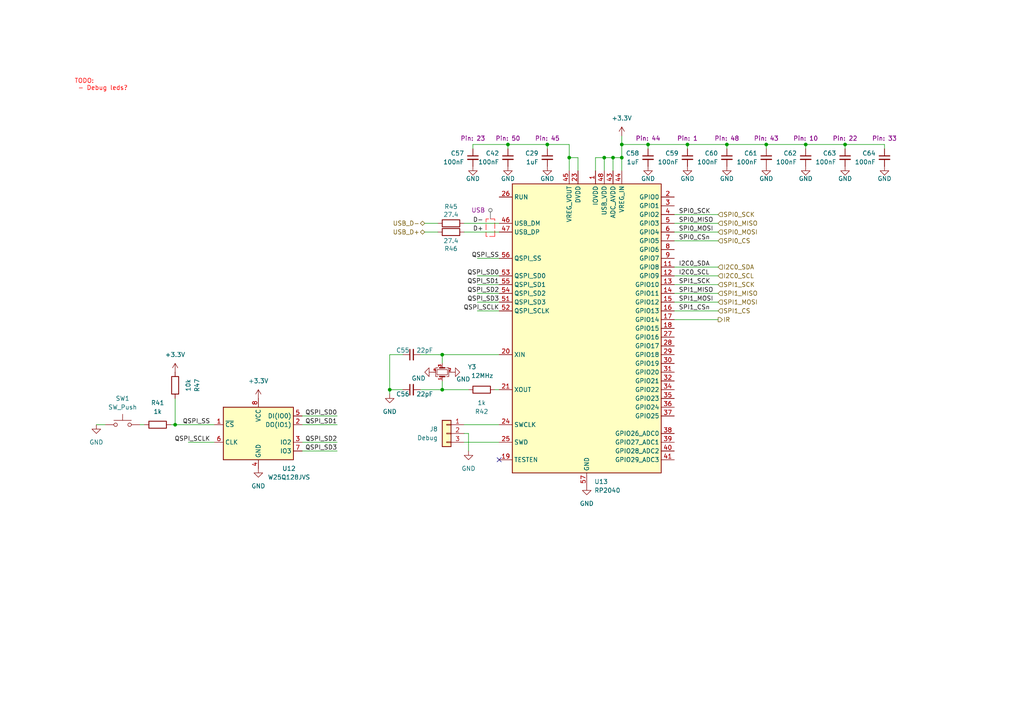
<source format=kicad_sch>
(kicad_sch
	(version 20250114)
	(generator "eeschema")
	(generator_version "9.0")
	(uuid "2886d14f-7de4-4ed3-af88-745810af5a29")
	(paper "A4")
	(lib_symbols
		(symbol "Connector_Generic:Conn_01x03"
			(pin_names
				(offset 1.016)
				(hide yes)
			)
			(exclude_from_sim no)
			(in_bom yes)
			(on_board yes)
			(property "Reference" "J"
				(at 0 5.08 0)
				(effects
					(font
						(size 1.27 1.27)
					)
				)
			)
			(property "Value" "Conn_01x03"
				(at 0 -5.08 0)
				(effects
					(font
						(size 1.27 1.27)
					)
				)
			)
			(property "Footprint" ""
				(at 0 0 0)
				(effects
					(font
						(size 1.27 1.27)
					)
					(hide yes)
				)
			)
			(property "Datasheet" "~"
				(at 0 0 0)
				(effects
					(font
						(size 1.27 1.27)
					)
					(hide yes)
				)
			)
			(property "Description" "Generic connector, single row, 01x03, script generated (kicad-library-utils/schlib/autogen/connector/)"
				(at 0 0 0)
				(effects
					(font
						(size 1.27 1.27)
					)
					(hide yes)
				)
			)
			(property "ki_keywords" "connector"
				(at 0 0 0)
				(effects
					(font
						(size 1.27 1.27)
					)
					(hide yes)
				)
			)
			(property "ki_fp_filters" "Connector*:*_1x??_*"
				(at 0 0 0)
				(effects
					(font
						(size 1.27 1.27)
					)
					(hide yes)
				)
			)
			(symbol "Conn_01x03_1_1"
				(rectangle
					(start -1.27 3.81)
					(end 1.27 -3.81)
					(stroke
						(width 0.254)
						(type default)
					)
					(fill
						(type background)
					)
				)
				(rectangle
					(start -1.27 2.667)
					(end 0 2.413)
					(stroke
						(width 0.1524)
						(type default)
					)
					(fill
						(type none)
					)
				)
				(rectangle
					(start -1.27 0.127)
					(end 0 -0.127)
					(stroke
						(width 0.1524)
						(type default)
					)
					(fill
						(type none)
					)
				)
				(rectangle
					(start -1.27 -2.413)
					(end 0 -2.667)
					(stroke
						(width 0.1524)
						(type default)
					)
					(fill
						(type none)
					)
				)
				(pin passive line
					(at -5.08 2.54 0)
					(length 3.81)
					(name "Pin_1"
						(effects
							(font
								(size 1.27 1.27)
							)
						)
					)
					(number "1"
						(effects
							(font
								(size 1.27 1.27)
							)
						)
					)
				)
				(pin passive line
					(at -5.08 0 0)
					(length 3.81)
					(name "Pin_2"
						(effects
							(font
								(size 1.27 1.27)
							)
						)
					)
					(number "2"
						(effects
							(font
								(size 1.27 1.27)
							)
						)
					)
				)
				(pin passive line
					(at -5.08 -2.54 0)
					(length 3.81)
					(name "Pin_3"
						(effects
							(font
								(size 1.27 1.27)
							)
						)
					)
					(number "3"
						(effects
							(font
								(size 1.27 1.27)
							)
						)
					)
				)
			)
			(embedded_fonts no)
		)
		(symbol "Device:C_Small"
			(pin_numbers
				(hide yes)
			)
			(pin_names
				(offset 0.254)
				(hide yes)
			)
			(exclude_from_sim no)
			(in_bom yes)
			(on_board yes)
			(property "Reference" "C"
				(at 0.254 1.778 0)
				(effects
					(font
						(size 1.27 1.27)
					)
					(justify left)
				)
			)
			(property "Value" "C_Small"
				(at 0.254 -2.032 0)
				(effects
					(font
						(size 1.27 1.27)
					)
					(justify left)
				)
			)
			(property "Footprint" ""
				(at 0 0 0)
				(effects
					(font
						(size 1.27 1.27)
					)
					(hide yes)
				)
			)
			(property "Datasheet" "~"
				(at 0 0 0)
				(effects
					(font
						(size 1.27 1.27)
					)
					(hide yes)
				)
			)
			(property "Description" "Unpolarized capacitor, small symbol"
				(at 0 0 0)
				(effects
					(font
						(size 1.27 1.27)
					)
					(hide yes)
				)
			)
			(property "ki_keywords" "capacitor cap"
				(at 0 0 0)
				(effects
					(font
						(size 1.27 1.27)
					)
					(hide yes)
				)
			)
			(property "ki_fp_filters" "C_*"
				(at 0 0 0)
				(effects
					(font
						(size 1.27 1.27)
					)
					(hide yes)
				)
			)
			(symbol "C_Small_0_1"
				(polyline
					(pts
						(xy -1.524 0.508) (xy 1.524 0.508)
					)
					(stroke
						(width 0.3048)
						(type default)
					)
					(fill
						(type none)
					)
				)
				(polyline
					(pts
						(xy -1.524 -0.508) (xy 1.524 -0.508)
					)
					(stroke
						(width 0.3302)
						(type default)
					)
					(fill
						(type none)
					)
				)
			)
			(symbol "C_Small_1_1"
				(pin passive line
					(at 0 2.54 270)
					(length 2.032)
					(name "~"
						(effects
							(font
								(size 1.27 1.27)
							)
						)
					)
					(number "1"
						(effects
							(font
								(size 1.27 1.27)
							)
						)
					)
				)
				(pin passive line
					(at 0 -2.54 90)
					(length 2.032)
					(name "~"
						(effects
							(font
								(size 1.27 1.27)
							)
						)
					)
					(number "2"
						(effects
							(font
								(size 1.27 1.27)
							)
						)
					)
				)
			)
			(embedded_fonts no)
		)
		(symbol "Device:Crystal_GND24_Small"
			(pin_names
				(offset 1.016)
				(hide yes)
			)
			(exclude_from_sim no)
			(in_bom yes)
			(on_board yes)
			(property "Reference" "Y"
				(at 1.27 4.445 0)
				(effects
					(font
						(size 1.27 1.27)
					)
					(justify left)
				)
			)
			(property "Value" "Crystal_GND24_Small"
				(at 1.27 2.54 0)
				(effects
					(font
						(size 1.27 1.27)
					)
					(justify left)
				)
			)
			(property "Footprint" ""
				(at 0 0 0)
				(effects
					(font
						(size 1.27 1.27)
					)
					(hide yes)
				)
			)
			(property "Datasheet" "~"
				(at 0 0 0)
				(effects
					(font
						(size 1.27 1.27)
					)
					(hide yes)
				)
			)
			(property "Description" "Four pin crystal, GND on pins 2 and 4, small symbol"
				(at 0 0 0)
				(effects
					(font
						(size 1.27 1.27)
					)
					(hide yes)
				)
			)
			(property "ki_keywords" "quartz ceramic resonator oscillator"
				(at 0 0 0)
				(effects
					(font
						(size 1.27 1.27)
					)
					(hide yes)
				)
			)
			(property "ki_fp_filters" "Crystal*"
				(at 0 0 0)
				(effects
					(font
						(size 1.27 1.27)
					)
					(hide yes)
				)
			)
			(symbol "Crystal_GND24_Small_0_1"
				(polyline
					(pts
						(xy -1.27 1.27) (xy -1.27 1.905) (xy 1.27 1.905) (xy 1.27 1.27)
					)
					(stroke
						(width 0)
						(type default)
					)
					(fill
						(type none)
					)
				)
				(polyline
					(pts
						(xy -1.27 -0.762) (xy -1.27 0.762)
					)
					(stroke
						(width 0.381)
						(type default)
					)
					(fill
						(type none)
					)
				)
				(polyline
					(pts
						(xy -1.27 -1.27) (xy -1.27 -1.905) (xy 1.27 -1.905) (xy 1.27 -1.27)
					)
					(stroke
						(width 0)
						(type default)
					)
					(fill
						(type none)
					)
				)
				(rectangle
					(start -0.762 -1.524)
					(end 0.762 1.524)
					(stroke
						(width 0)
						(type default)
					)
					(fill
						(type none)
					)
				)
				(polyline
					(pts
						(xy 1.27 -0.762) (xy 1.27 0.762)
					)
					(stroke
						(width 0.381)
						(type default)
					)
					(fill
						(type none)
					)
				)
			)
			(symbol "Crystal_GND24_Small_1_1"
				(pin passive line
					(at -2.54 0 0)
					(length 1.27)
					(name "1"
						(effects
							(font
								(size 1.27 1.27)
							)
						)
					)
					(number "1"
						(effects
							(font
								(size 0.762 0.762)
							)
						)
					)
				)
				(pin passive line
					(at 0 2.54 270)
					(length 0.635)
					(name "4"
						(effects
							(font
								(size 1.27 1.27)
							)
						)
					)
					(number "4"
						(effects
							(font
								(size 0.762 0.762)
							)
						)
					)
				)
				(pin passive line
					(at 0 -2.54 90)
					(length 0.635)
					(name "2"
						(effects
							(font
								(size 1.27 1.27)
							)
						)
					)
					(number "2"
						(effects
							(font
								(size 0.762 0.762)
							)
						)
					)
				)
				(pin passive line
					(at 2.54 0 180)
					(length 1.27)
					(name "3"
						(effects
							(font
								(size 1.27 1.27)
							)
						)
					)
					(number "3"
						(effects
							(font
								(size 0.762 0.762)
							)
						)
					)
				)
			)
			(embedded_fonts no)
		)
		(symbol "Device:R"
			(pin_numbers
				(hide yes)
			)
			(pin_names
				(offset 0)
			)
			(exclude_from_sim no)
			(in_bom yes)
			(on_board yes)
			(property "Reference" "R"
				(at 2.032 0 90)
				(effects
					(font
						(size 1.27 1.27)
					)
				)
			)
			(property "Value" "R"
				(at 0 0 90)
				(effects
					(font
						(size 1.27 1.27)
					)
				)
			)
			(property "Footprint" ""
				(at -1.778 0 90)
				(effects
					(font
						(size 1.27 1.27)
					)
					(hide yes)
				)
			)
			(property "Datasheet" "~"
				(at 0 0 0)
				(effects
					(font
						(size 1.27 1.27)
					)
					(hide yes)
				)
			)
			(property "Description" "Resistor"
				(at 0 0 0)
				(effects
					(font
						(size 1.27 1.27)
					)
					(hide yes)
				)
			)
			(property "ki_keywords" "R res resistor"
				(at 0 0 0)
				(effects
					(font
						(size 1.27 1.27)
					)
					(hide yes)
				)
			)
			(property "ki_fp_filters" "R_*"
				(at 0 0 0)
				(effects
					(font
						(size 1.27 1.27)
					)
					(hide yes)
				)
			)
			(symbol "R_0_1"
				(rectangle
					(start -1.016 -2.54)
					(end 1.016 2.54)
					(stroke
						(width 0.254)
						(type default)
					)
					(fill
						(type none)
					)
				)
			)
			(symbol "R_1_1"
				(pin passive line
					(at 0 3.81 270)
					(length 1.27)
					(name "~"
						(effects
							(font
								(size 1.27 1.27)
							)
						)
					)
					(number "1"
						(effects
							(font
								(size 1.27 1.27)
							)
						)
					)
				)
				(pin passive line
					(at 0 -3.81 90)
					(length 1.27)
					(name "~"
						(effects
							(font
								(size 1.27 1.27)
							)
						)
					)
					(number "2"
						(effects
							(font
								(size 1.27 1.27)
							)
						)
					)
				)
			)
			(embedded_fonts no)
		)
		(symbol "MCU_RaspberryPi:RP2040"
			(exclude_from_sim no)
			(in_bom yes)
			(on_board yes)
			(property "Reference" "U1"
				(at 2.1941 -44.45 0)
				(effects
					(font
						(size 1.27 1.27)
					)
					(justify left)
				)
			)
			(property "Value" "RP2040"
				(at 2.1941 -46.99 0)
				(effects
					(font
						(size 1.27 1.27)
					)
					(justify left)
				)
			)
			(property "Footprint" "Package_DFN_QFN:QFN-56-1EP_7x7mm_P0.4mm_EP3.2x3.2mm"
				(at 0 0 0)
				(effects
					(font
						(size 1.27 1.27)
					)
					(hide yes)
				)
			)
			(property "Datasheet" "https://datasheets.raspberrypi.com/rp2040/rp2040-datasheet.pdf"
				(at 0 0 0)
				(effects
					(font
						(size 1.27 1.27)
					)
					(hide yes)
				)
			)
			(property "Description" "A microcontroller by Raspberry Pi"
				(at 0 0 0)
				(effects
					(font
						(size 1.27 1.27)
					)
					(hide yes)
				)
			)
			(property "ki_keywords" "RP2040 ARM Cortex-M0+ USB"
				(at 0 0 0)
				(effects
					(font
						(size 1.27 1.27)
					)
					(hide yes)
				)
			)
			(property "ki_fp_filters" "QFN*1EP*7x7mm?P0.4mm*"
				(at 0 0 0)
				(effects
					(font
						(size 1.27 1.27)
					)
					(hide yes)
				)
			)
			(symbol "RP2040_0_1"
				(rectangle
					(start -21.59 41.91)
					(end 21.59 -41.91)
					(stroke
						(width 0.254)
						(type default)
					)
					(fill
						(type background)
					)
				)
			)
			(symbol "RP2040_1_1"
				(pin input line
					(at -25.4 38.1 0)
					(length 3.81)
					(name "RUN"
						(effects
							(font
								(size 1.27 1.27)
							)
						)
					)
					(number "26"
						(effects
							(font
								(size 1.27 1.27)
							)
						)
					)
				)
				(pin bidirectional line
					(at -25.4 30.48 0)
					(length 3.81)
					(name "USB_DM"
						(effects
							(font
								(size 1.27 1.27)
							)
						)
					)
					(number "46"
						(effects
							(font
								(size 1.27 1.27)
							)
						)
					)
				)
				(pin bidirectional line
					(at -25.4 27.94 0)
					(length 3.81)
					(name "USB_DP"
						(effects
							(font
								(size 1.27 1.27)
							)
						)
					)
					(number "47"
						(effects
							(font
								(size 1.27 1.27)
							)
						)
					)
				)
				(pin bidirectional line
					(at -25.4 20.32 0)
					(length 3.81)
					(name "QSPI_SS"
						(effects
							(font
								(size 1.27 1.27)
							)
						)
					)
					(number "56"
						(effects
							(font
								(size 1.27 1.27)
							)
						)
					)
				)
				(pin bidirectional line
					(at -25.4 15.24 0)
					(length 3.81)
					(name "QSPI_SD0"
						(effects
							(font
								(size 1.27 1.27)
							)
						)
					)
					(number "53"
						(effects
							(font
								(size 1.27 1.27)
							)
						)
					)
				)
				(pin bidirectional line
					(at -25.4 12.7 0)
					(length 3.81)
					(name "QSPI_SD1"
						(effects
							(font
								(size 1.27 1.27)
							)
						)
					)
					(number "55"
						(effects
							(font
								(size 1.27 1.27)
							)
						)
					)
				)
				(pin bidirectional line
					(at -25.4 10.16 0)
					(length 3.81)
					(name "QSPI_SD2"
						(effects
							(font
								(size 1.27 1.27)
							)
						)
					)
					(number "54"
						(effects
							(font
								(size 1.27 1.27)
							)
						)
					)
				)
				(pin bidirectional line
					(at -25.4 7.62 0)
					(length 3.81)
					(name "QSPI_SD3"
						(effects
							(font
								(size 1.27 1.27)
							)
						)
					)
					(number "51"
						(effects
							(font
								(size 1.27 1.27)
							)
						)
					)
				)
				(pin output line
					(at -25.4 5.08 0)
					(length 3.81)
					(name "QSPI_SCLK"
						(effects
							(font
								(size 1.27 1.27)
							)
						)
					)
					(number "52"
						(effects
							(font
								(size 1.27 1.27)
							)
						)
					)
				)
				(pin input line
					(at -25.4 -7.62 0)
					(length 3.81)
					(name "XIN"
						(effects
							(font
								(size 1.27 1.27)
							)
						)
					)
					(number "20"
						(effects
							(font
								(size 1.27 1.27)
							)
						)
					)
				)
				(pin passive line
					(at -25.4 -17.78 0)
					(length 3.81)
					(name "XOUT"
						(effects
							(font
								(size 1.27 1.27)
							)
						)
					)
					(number "21"
						(effects
							(font
								(size 1.27 1.27)
							)
						)
					)
				)
				(pin input line
					(at -25.4 -27.94 0)
					(length 3.81)
					(name "SWCLK"
						(effects
							(font
								(size 1.27 1.27)
							)
						)
					)
					(number "24"
						(effects
							(font
								(size 1.27 1.27)
							)
						)
					)
				)
				(pin bidirectional line
					(at -25.4 -33.02 0)
					(length 3.81)
					(name "SWD"
						(effects
							(font
								(size 1.27 1.27)
							)
						)
					)
					(number "25"
						(effects
							(font
								(size 1.27 1.27)
							)
						)
					)
				)
				(pin input line
					(at -25.4 -38.1 0)
					(length 3.81)
					(name "TESTEN"
						(effects
							(font
								(size 1.27 1.27)
							)
						)
					)
					(number "19"
						(effects
							(font
								(size 1.27 1.27)
							)
						)
					)
				)
				(pin power_out line
					(at -5.08 45.72 270)
					(length 3.81)
					(name "VREG_VOUT"
						(effects
							(font
								(size 1.27 1.27)
							)
						)
					)
					(number "45"
						(effects
							(font
								(size 1.27 1.27)
							)
						)
					)
				)
				(pin power_in line
					(at -2.54 45.72 270)
					(length 3.81)
					(name "DVDD"
						(effects
							(font
								(size 1.27 1.27)
							)
						)
					)
					(number "23"
						(effects
							(font
								(size 1.27 1.27)
							)
						)
					)
				)
				(pin passive line
					(at -2.54 45.72 270)
					(length 3.81)
					(hide yes)
					(name "DVDD"
						(effects
							(font
								(size 1.27 1.27)
							)
						)
					)
					(number "50"
						(effects
							(font
								(size 1.27 1.27)
							)
						)
					)
				)
				(pin power_in line
					(at 0 -45.72 90)
					(length 3.81)
					(name "GND"
						(effects
							(font
								(size 1.27 1.27)
							)
						)
					)
					(number "57"
						(effects
							(font
								(size 1.27 1.27)
							)
						)
					)
				)
				(pin power_in line
					(at 2.54 45.72 270)
					(length 3.81)
					(name "IOVDD"
						(effects
							(font
								(size 1.27 1.27)
							)
						)
					)
					(number "1"
						(effects
							(font
								(size 1.27 1.27)
							)
						)
					)
				)
				(pin passive line
					(at 2.54 45.72 270)
					(length 3.81)
					(hide yes)
					(name "IOVDD"
						(effects
							(font
								(size 1.27 1.27)
							)
						)
					)
					(number "10"
						(effects
							(font
								(size 1.27 1.27)
							)
						)
					)
				)
				(pin passive line
					(at 2.54 45.72 270)
					(length 3.81)
					(hide yes)
					(name "IOVDD"
						(effects
							(font
								(size 1.27 1.27)
							)
						)
					)
					(number "22"
						(effects
							(font
								(size 1.27 1.27)
							)
						)
					)
				)
				(pin passive line
					(at 2.54 45.72 270)
					(length 3.81)
					(hide yes)
					(name "IOVDD"
						(effects
							(font
								(size 1.27 1.27)
							)
						)
					)
					(number "33"
						(effects
							(font
								(size 1.27 1.27)
							)
						)
					)
				)
				(pin passive line
					(at 2.54 45.72 270)
					(length 3.81)
					(hide yes)
					(name "IOVDD"
						(effects
							(font
								(size 1.27 1.27)
							)
						)
					)
					(number "42"
						(effects
							(font
								(size 1.27 1.27)
							)
						)
					)
				)
				(pin passive line
					(at 2.54 45.72 270)
					(length 3.81)
					(hide yes)
					(name "IOVDD"
						(effects
							(font
								(size 1.27 1.27)
							)
						)
					)
					(number "49"
						(effects
							(font
								(size 1.27 1.27)
							)
						)
					)
				)
				(pin power_in line
					(at 5.08 45.72 270)
					(length 3.81)
					(name "USB_VDD"
						(effects
							(font
								(size 1.27 1.27)
							)
						)
					)
					(number "48"
						(effects
							(font
								(size 1.27 1.27)
							)
						)
					)
				)
				(pin power_in line
					(at 7.62 45.72 270)
					(length 3.81)
					(name "ADC_AVDD"
						(effects
							(font
								(size 1.27 1.27)
							)
						)
					)
					(number "43"
						(effects
							(font
								(size 1.27 1.27)
							)
						)
					)
				)
				(pin power_in line
					(at 10.16 45.72 270)
					(length 3.81)
					(name "VREG_IN"
						(effects
							(font
								(size 1.27 1.27)
							)
						)
					)
					(number "44"
						(effects
							(font
								(size 1.27 1.27)
							)
						)
					)
				)
				(pin bidirectional line
					(at 25.4 38.1 180)
					(length 3.81)
					(name "GPIO0"
						(effects
							(font
								(size 1.27 1.27)
							)
						)
					)
					(number "2"
						(effects
							(font
								(size 1.27 1.27)
							)
						)
					)
				)
				(pin bidirectional line
					(at 25.4 35.56 180)
					(length 3.81)
					(name "GPIO1"
						(effects
							(font
								(size 1.27 1.27)
							)
						)
					)
					(number "3"
						(effects
							(font
								(size 1.27 1.27)
							)
						)
					)
				)
				(pin bidirectional line
					(at 25.4 33.02 180)
					(length 3.81)
					(name "GPIO2"
						(effects
							(font
								(size 1.27 1.27)
							)
						)
					)
					(number "4"
						(effects
							(font
								(size 1.27 1.27)
							)
						)
					)
				)
				(pin bidirectional line
					(at 25.4 30.48 180)
					(length 3.81)
					(name "GPIO3"
						(effects
							(font
								(size 1.27 1.27)
							)
						)
					)
					(number "5"
						(effects
							(font
								(size 1.27 1.27)
							)
						)
					)
				)
				(pin bidirectional line
					(at 25.4 27.94 180)
					(length 3.81)
					(name "GPIO4"
						(effects
							(font
								(size 1.27 1.27)
							)
						)
					)
					(number "6"
						(effects
							(font
								(size 1.27 1.27)
							)
						)
					)
				)
				(pin bidirectional line
					(at 25.4 25.4 180)
					(length 3.81)
					(name "GPIO5"
						(effects
							(font
								(size 1.27 1.27)
							)
						)
					)
					(number "7"
						(effects
							(font
								(size 1.27 1.27)
							)
						)
					)
				)
				(pin bidirectional line
					(at 25.4 22.86 180)
					(length 3.81)
					(name "GPIO6"
						(effects
							(font
								(size 1.27 1.27)
							)
						)
					)
					(number "8"
						(effects
							(font
								(size 1.27 1.27)
							)
						)
					)
				)
				(pin bidirectional line
					(at 25.4 20.32 180)
					(length 3.81)
					(name "GPIO7"
						(effects
							(font
								(size 1.27 1.27)
							)
						)
					)
					(number "9"
						(effects
							(font
								(size 1.27 1.27)
							)
						)
					)
				)
				(pin bidirectional line
					(at 25.4 17.78 180)
					(length 3.81)
					(name "GPIO8"
						(effects
							(font
								(size 1.27 1.27)
							)
						)
					)
					(number "11"
						(effects
							(font
								(size 1.27 1.27)
							)
						)
					)
				)
				(pin bidirectional line
					(at 25.4 15.24 180)
					(length 3.81)
					(name "GPIO9"
						(effects
							(font
								(size 1.27 1.27)
							)
						)
					)
					(number "12"
						(effects
							(font
								(size 1.27 1.27)
							)
						)
					)
				)
				(pin bidirectional line
					(at 25.4 12.7 180)
					(length 3.81)
					(name "GPIO10"
						(effects
							(font
								(size 1.27 1.27)
							)
						)
					)
					(number "13"
						(effects
							(font
								(size 1.27 1.27)
							)
						)
					)
				)
				(pin bidirectional line
					(at 25.4 10.16 180)
					(length 3.81)
					(name "GPIO11"
						(effects
							(font
								(size 1.27 1.27)
							)
						)
					)
					(number "14"
						(effects
							(font
								(size 1.27 1.27)
							)
						)
					)
				)
				(pin bidirectional line
					(at 25.4 7.62 180)
					(length 3.81)
					(name "GPIO12"
						(effects
							(font
								(size 1.27 1.27)
							)
						)
					)
					(number "15"
						(effects
							(font
								(size 1.27 1.27)
							)
						)
					)
				)
				(pin bidirectional line
					(at 25.4 5.08 180)
					(length 3.81)
					(name "GPIO13"
						(effects
							(font
								(size 1.27 1.27)
							)
						)
					)
					(number "16"
						(effects
							(font
								(size 1.27 1.27)
							)
						)
					)
				)
				(pin bidirectional line
					(at 25.4 2.54 180)
					(length 3.81)
					(name "GPIO14"
						(effects
							(font
								(size 1.27 1.27)
							)
						)
					)
					(number "17"
						(effects
							(font
								(size 1.27 1.27)
							)
						)
					)
				)
				(pin bidirectional line
					(at 25.4 0 180)
					(length 3.81)
					(name "GPIO15"
						(effects
							(font
								(size 1.27 1.27)
							)
						)
					)
					(number "18"
						(effects
							(font
								(size 1.27 1.27)
							)
						)
					)
				)
				(pin bidirectional line
					(at 25.4 -2.54 180)
					(length 3.81)
					(name "GPIO16"
						(effects
							(font
								(size 1.27 1.27)
							)
						)
					)
					(number "27"
						(effects
							(font
								(size 1.27 1.27)
							)
						)
					)
				)
				(pin bidirectional line
					(at 25.4 -5.08 180)
					(length 3.81)
					(name "GPIO17"
						(effects
							(font
								(size 1.27 1.27)
							)
						)
					)
					(number "28"
						(effects
							(font
								(size 1.27 1.27)
							)
						)
					)
				)
				(pin bidirectional line
					(at 25.4 -7.62 180)
					(length 3.81)
					(name "GPIO18"
						(effects
							(font
								(size 1.27 1.27)
							)
						)
					)
					(number "29"
						(effects
							(font
								(size 1.27 1.27)
							)
						)
					)
				)
				(pin bidirectional line
					(at 25.4 -10.16 180)
					(length 3.81)
					(name "GPIO19"
						(effects
							(font
								(size 1.27 1.27)
							)
						)
					)
					(number "30"
						(effects
							(font
								(size 1.27 1.27)
							)
						)
					)
				)
				(pin bidirectional line
					(at 25.4 -12.7 180)
					(length 3.81)
					(name "GPIO20"
						(effects
							(font
								(size 1.27 1.27)
							)
						)
					)
					(number "31"
						(effects
							(font
								(size 1.27 1.27)
							)
						)
					)
				)
				(pin bidirectional line
					(at 25.4 -15.24 180)
					(length 3.81)
					(name "GPIO21"
						(effects
							(font
								(size 1.27 1.27)
							)
						)
					)
					(number "32"
						(effects
							(font
								(size 1.27 1.27)
							)
						)
					)
				)
				(pin bidirectional line
					(at 25.4 -17.78 180)
					(length 3.81)
					(name "GPIO22"
						(effects
							(font
								(size 1.27 1.27)
							)
						)
					)
					(number "34"
						(effects
							(font
								(size 1.27 1.27)
							)
						)
					)
				)
				(pin bidirectional line
					(at 25.4 -20.32 180)
					(length 3.81)
					(name "GPIO23"
						(effects
							(font
								(size 1.27 1.27)
							)
						)
					)
					(number "35"
						(effects
							(font
								(size 1.27 1.27)
							)
						)
					)
				)
				(pin bidirectional line
					(at 25.4 -22.86 180)
					(length 3.81)
					(name "GPIO24"
						(effects
							(font
								(size 1.27 1.27)
							)
						)
					)
					(number "36"
						(effects
							(font
								(size 1.27 1.27)
							)
						)
					)
				)
				(pin bidirectional line
					(at 25.4 -25.4 180)
					(length 3.81)
					(name "GPIO25"
						(effects
							(font
								(size 1.27 1.27)
							)
						)
					)
					(number "37"
						(effects
							(font
								(size 1.27 1.27)
							)
						)
					)
				)
				(pin bidirectional line
					(at 25.4 -30.48 180)
					(length 3.81)
					(name "GPIO26_ADC0"
						(effects
							(font
								(size 1.27 1.27)
							)
						)
					)
					(number "38"
						(effects
							(font
								(size 1.27 1.27)
							)
						)
					)
				)
				(pin bidirectional line
					(at 25.4 -33.02 180)
					(length 3.81)
					(name "GPIO27_ADC1"
						(effects
							(font
								(size 1.27 1.27)
							)
						)
					)
					(number "39"
						(effects
							(font
								(size 1.27 1.27)
							)
						)
					)
				)
				(pin bidirectional line
					(at 25.4 -35.56 180)
					(length 3.81)
					(name "GPIO28_ADC2"
						(effects
							(font
								(size 1.27 1.27)
							)
						)
					)
					(number "40"
						(effects
							(font
								(size 1.27 1.27)
							)
						)
					)
				)
				(pin bidirectional line
					(at 25.4 -38.1 180)
					(length 3.81)
					(name "GPIO29_ADC3"
						(effects
							(font
								(size 1.27 1.27)
							)
						)
					)
					(number "41"
						(effects
							(font
								(size 1.27 1.27)
							)
						)
					)
				)
			)
			(embedded_fonts no)
		)
		(symbol "Memory_Flash:W25Q128JVS"
			(exclude_from_sim no)
			(in_bom yes)
			(on_board yes)
			(property "Reference" "U"
				(at -8.89 8.89 0)
				(effects
					(font
						(size 1.27 1.27)
					)
				)
			)
			(property "Value" "W25Q128JVS"
				(at 7.62 8.89 0)
				(effects
					(font
						(size 1.27 1.27)
					)
				)
			)
			(property "Footprint" "Package_SO:SOIC-8_5.23x5.23mm_P1.27mm"
				(at 0 0 0)
				(effects
					(font
						(size 1.27 1.27)
					)
					(hide yes)
				)
			)
			(property "Datasheet" "http://www.winbond.com/resource-files/w25q128jv_dtr%20revc%2003272018%20plus.pdf"
				(at 0 0 0)
				(effects
					(font
						(size 1.27 1.27)
					)
					(hide yes)
				)
			)
			(property "Description" "128Mb Serial Flash Memory, Standard/Dual/Quad SPI, SOIC-8"
				(at 0 0 0)
				(effects
					(font
						(size 1.27 1.27)
					)
					(hide yes)
				)
			)
			(property "ki_keywords" "flash memory SPI QPI DTR"
				(at 0 0 0)
				(effects
					(font
						(size 1.27 1.27)
					)
					(hide yes)
				)
			)
			(property "ki_fp_filters" "SOIC*5.23x5.23mm*P1.27mm*"
				(at 0 0 0)
				(effects
					(font
						(size 1.27 1.27)
					)
					(hide yes)
				)
			)
			(symbol "W25Q128JVS_0_1"
				(rectangle
					(start -10.16 7.62)
					(end 10.16 -7.62)
					(stroke
						(width 0.254)
						(type default)
					)
					(fill
						(type background)
					)
				)
			)
			(symbol "W25Q128JVS_1_1"
				(pin input line
					(at -12.7 2.54 0)
					(length 2.54)
					(name "~{CS}"
						(effects
							(font
								(size 1.27 1.27)
							)
						)
					)
					(number "1"
						(effects
							(font
								(size 1.27 1.27)
							)
						)
					)
				)
				(pin input line
					(at -12.7 -2.54 0)
					(length 2.54)
					(name "CLK"
						(effects
							(font
								(size 1.27 1.27)
							)
						)
					)
					(number "6"
						(effects
							(font
								(size 1.27 1.27)
							)
						)
					)
				)
				(pin power_in line
					(at 0 10.16 270)
					(length 2.54)
					(name "VCC"
						(effects
							(font
								(size 1.27 1.27)
							)
						)
					)
					(number "8"
						(effects
							(font
								(size 1.27 1.27)
							)
						)
					)
				)
				(pin power_in line
					(at 0 -10.16 90)
					(length 2.54)
					(name "GND"
						(effects
							(font
								(size 1.27 1.27)
							)
						)
					)
					(number "4"
						(effects
							(font
								(size 1.27 1.27)
							)
						)
					)
				)
				(pin bidirectional line
					(at 12.7 5.08 180)
					(length 2.54)
					(name "DI(IO0)"
						(effects
							(font
								(size 1.27 1.27)
							)
						)
					)
					(number "5"
						(effects
							(font
								(size 1.27 1.27)
							)
						)
					)
				)
				(pin bidirectional line
					(at 12.7 2.54 180)
					(length 2.54)
					(name "DO(IO1)"
						(effects
							(font
								(size 1.27 1.27)
							)
						)
					)
					(number "2"
						(effects
							(font
								(size 1.27 1.27)
							)
						)
					)
				)
				(pin bidirectional line
					(at 12.7 -2.54 180)
					(length 2.54)
					(name "IO2"
						(effects
							(font
								(size 1.27 1.27)
							)
						)
					)
					(number "3"
						(effects
							(font
								(size 1.27 1.27)
							)
						)
					)
				)
				(pin bidirectional line
					(at 12.7 -5.08 180)
					(length 2.54)
					(name "IO3"
						(effects
							(font
								(size 1.27 1.27)
							)
						)
					)
					(number "7"
						(effects
							(font
								(size 1.27 1.27)
							)
						)
					)
				)
			)
			(embedded_fonts no)
		)
		(symbol "Switch:SW_Push"
			(pin_numbers
				(hide yes)
			)
			(pin_names
				(offset 1.016)
				(hide yes)
			)
			(exclude_from_sim no)
			(in_bom yes)
			(on_board yes)
			(property "Reference" "SW"
				(at 1.27 2.54 0)
				(effects
					(font
						(size 1.27 1.27)
					)
					(justify left)
				)
			)
			(property "Value" "SW_Push"
				(at 0 -1.524 0)
				(effects
					(font
						(size 1.27 1.27)
					)
				)
			)
			(property "Footprint" ""
				(at 0 5.08 0)
				(effects
					(font
						(size 1.27 1.27)
					)
					(hide yes)
				)
			)
			(property "Datasheet" "~"
				(at 0 5.08 0)
				(effects
					(font
						(size 1.27 1.27)
					)
					(hide yes)
				)
			)
			(property "Description" "Push button switch, generic, two pins"
				(at 0 0 0)
				(effects
					(font
						(size 1.27 1.27)
					)
					(hide yes)
				)
			)
			(property "ki_keywords" "switch normally-open pushbutton push-button"
				(at 0 0 0)
				(effects
					(font
						(size 1.27 1.27)
					)
					(hide yes)
				)
			)
			(symbol "SW_Push_0_1"
				(circle
					(center -2.032 0)
					(radius 0.508)
					(stroke
						(width 0)
						(type default)
					)
					(fill
						(type none)
					)
				)
				(polyline
					(pts
						(xy 0 1.27) (xy 0 3.048)
					)
					(stroke
						(width 0)
						(type default)
					)
					(fill
						(type none)
					)
				)
				(circle
					(center 2.032 0)
					(radius 0.508)
					(stroke
						(width 0)
						(type default)
					)
					(fill
						(type none)
					)
				)
				(polyline
					(pts
						(xy 2.54 1.27) (xy -2.54 1.27)
					)
					(stroke
						(width 0)
						(type default)
					)
					(fill
						(type none)
					)
				)
				(pin passive line
					(at -5.08 0 0)
					(length 2.54)
					(name "1"
						(effects
							(font
								(size 1.27 1.27)
							)
						)
					)
					(number "1"
						(effects
							(font
								(size 1.27 1.27)
							)
						)
					)
				)
				(pin passive line
					(at 5.08 0 180)
					(length 2.54)
					(name "2"
						(effects
							(font
								(size 1.27 1.27)
							)
						)
					)
					(number "2"
						(effects
							(font
								(size 1.27 1.27)
							)
						)
					)
				)
			)
			(embedded_fonts no)
		)
		(symbol "power:+3.3V"
			(power)
			(pin_numbers
				(hide yes)
			)
			(pin_names
				(offset 0)
				(hide yes)
			)
			(exclude_from_sim no)
			(in_bom yes)
			(on_board yes)
			(property "Reference" "#PWR"
				(at 0 -3.81 0)
				(effects
					(font
						(size 1.27 1.27)
					)
					(hide yes)
				)
			)
			(property "Value" "+3.3V"
				(at 0 3.556 0)
				(effects
					(font
						(size 1.27 1.27)
					)
				)
			)
			(property "Footprint" ""
				(at 0 0 0)
				(effects
					(font
						(size 1.27 1.27)
					)
					(hide yes)
				)
			)
			(property "Datasheet" ""
				(at 0 0 0)
				(effects
					(font
						(size 1.27 1.27)
					)
					(hide yes)
				)
			)
			(property "Description" "Power symbol creates a global label with name \"+3.3V\""
				(at 0 0 0)
				(effects
					(font
						(size 1.27 1.27)
					)
					(hide yes)
				)
			)
			(property "ki_keywords" "global power"
				(at 0 0 0)
				(effects
					(font
						(size 1.27 1.27)
					)
					(hide yes)
				)
			)
			(symbol "+3.3V_0_1"
				(polyline
					(pts
						(xy -0.762 1.27) (xy 0 2.54)
					)
					(stroke
						(width 0)
						(type default)
					)
					(fill
						(type none)
					)
				)
				(polyline
					(pts
						(xy 0 2.54) (xy 0.762 1.27)
					)
					(stroke
						(width 0)
						(type default)
					)
					(fill
						(type none)
					)
				)
				(polyline
					(pts
						(xy 0 0) (xy 0 2.54)
					)
					(stroke
						(width 0)
						(type default)
					)
					(fill
						(type none)
					)
				)
			)
			(symbol "+3.3V_1_1"
				(pin power_in line
					(at 0 0 90)
					(length 0)
					(name "~"
						(effects
							(font
								(size 1.27 1.27)
							)
						)
					)
					(number "1"
						(effects
							(font
								(size 1.27 1.27)
							)
						)
					)
				)
			)
			(embedded_fonts no)
		)
		(symbol "power:GND"
			(power)
			(pin_names
				(offset 0)
			)
			(exclude_from_sim no)
			(in_bom yes)
			(on_board yes)
			(property "Reference" "#PWR"
				(at 0 -6.35 0)
				(effects
					(font
						(size 1.27 1.27)
					)
					(hide yes)
				)
			)
			(property "Value" "GND"
				(at 0 -3.81 0)
				(effects
					(font
						(size 1.27 1.27)
					)
				)
			)
			(property "Footprint" ""
				(at 0 0 0)
				(effects
					(font
						(size 1.27 1.27)
					)
					(hide yes)
				)
			)
			(property "Datasheet" ""
				(at 0 0 0)
				(effects
					(font
						(size 1.27 1.27)
					)
					(hide yes)
				)
			)
			(property "Description" "Power symbol creates a global label with name \"GND\" , ground"
				(at 0 0 0)
				(effects
					(font
						(size 1.27 1.27)
					)
					(hide yes)
				)
			)
			(property "ki_keywords" "power-flag"
				(at 0 0 0)
				(effects
					(font
						(size 1.27 1.27)
					)
					(hide yes)
				)
			)
			(symbol "GND_0_1"
				(polyline
					(pts
						(xy 0 0) (xy 0 -1.27) (xy 1.27 -1.27) (xy 0 -2.54) (xy -1.27 -1.27) (xy 0 -1.27)
					)
					(stroke
						(width 0)
						(type default)
					)
					(fill
						(type none)
					)
				)
			)
			(symbol "GND_1_1"
				(pin power_in line
					(at 0 0 270)
					(length 0)
					(hide yes)
					(name "GND"
						(effects
							(font
								(size 1.27 1.27)
							)
						)
					)
					(number "1"
						(effects
							(font
								(size 1.27 1.27)
							)
						)
					)
				)
			)
			(embedded_fonts no)
		)
	)
	(text "TODO:\n - Debug leds?"
		(exclude_from_sim no)
		(at 21.59 24.638 0)
		(effects
			(font
				(size 1.27 1.27)
				(color 255 0 0 1)
			)
			(justify left)
		)
		(uuid "484affc8-2fd8-42b8-ad39-ab41116b2da5")
	)
	(junction
		(at 128.27 102.87)
		(diameter 0)
		(color 0 0 0 0)
		(uuid "0e07647c-8647-4d94-ba41-0ee423c06ea3")
	)
	(junction
		(at 165.1 45.72)
		(diameter 0)
		(color 0 0 0 0)
		(uuid "169bc968-19ae-476b-bd13-55778389a644")
	)
	(junction
		(at 245.11 41.91)
		(diameter 0)
		(color 0 0 0 0)
		(uuid "223191d0-a1a8-4992-a377-4856f7b292f8")
	)
	(junction
		(at 222.25 41.91)
		(diameter 0)
		(color 0 0 0 0)
		(uuid "253e0c80-04fb-4f1a-abd6-5c50961dce30")
	)
	(junction
		(at 233.68 41.91)
		(diameter 0)
		(color 0 0 0 0)
		(uuid "381f0ed0-130e-478d-a78c-8dde9c1adedf")
	)
	(junction
		(at 180.34 45.72)
		(diameter 0)
		(color 0 0 0 0)
		(uuid "579fccf0-05f2-4af0-98c5-dc01aa8f3ca9")
	)
	(junction
		(at 175.26 45.72)
		(diameter 0)
		(color 0 0 0 0)
		(uuid "5ede1fe7-274b-4e75-bef8-cce745bc77aa")
	)
	(junction
		(at 50.8 123.19)
		(diameter 0)
		(color 0 0 0 0)
		(uuid "6bc03cec-6885-4a8c-aeab-92b03684aec1")
	)
	(junction
		(at 180.34 41.91)
		(diameter 0)
		(color 0 0 0 0)
		(uuid "8a409721-e6cc-47e8-94a6-67c1443089f3")
	)
	(junction
		(at 177.8 45.72)
		(diameter 0)
		(color 0 0 0 0)
		(uuid "a9bf2e40-3e4b-4db2-bb48-c39fb63797a7")
	)
	(junction
		(at 158.75 41.91)
		(diameter 0)
		(color 0 0 0 0)
		(uuid "ba9f8bb8-0914-4ff0-bf0e-5a772934476e")
	)
	(junction
		(at 210.82 41.91)
		(diameter 0)
		(color 0 0 0 0)
		(uuid "c39b1e33-33b6-43b2-94b8-f11945133798")
	)
	(junction
		(at 147.32 41.91)
		(diameter 0)
		(color 0 0 0 0)
		(uuid "cd90fce8-6796-487a-8abb-f3450d4069be")
	)
	(junction
		(at 199.39 41.91)
		(diameter 0)
		(color 0 0 0 0)
		(uuid "d1902e2d-e5f7-465f-81f7-ecfd4a2280fc")
	)
	(junction
		(at 128.27 113.03)
		(diameter 0)
		(color 0 0 0 0)
		(uuid "d7b0cd54-f84a-407a-9e86-7ce32d8d9bbb")
	)
	(junction
		(at 187.96 41.91)
		(diameter 0)
		(color 0 0 0 0)
		(uuid "e48f766a-7aff-4275-b6b6-30226043b30f")
	)
	(junction
		(at 113.03 113.03)
		(diameter 0)
		(color 0 0 0 0)
		(uuid "fb6ecc13-37d6-494e-8161-538dbf2a6982")
	)
	(no_connect
		(at 144.78 133.35)
		(uuid "79cb4bbf-18e0-44b3-90fb-2828fa9e12c0")
	)
	(wire
		(pts
			(xy 180.34 39.37) (xy 180.34 41.91)
		)
		(stroke
			(width 0)
			(type default)
		)
		(uuid "002acafa-4e4b-4390-a86c-8c6c19d7f9b1")
	)
	(wire
		(pts
			(xy 199.39 43.18) (xy 199.39 41.91)
		)
		(stroke
			(width 0)
			(type default)
		)
		(uuid "06cb357c-895e-4cfc-a5a2-d0cdb5906c3b")
	)
	(wire
		(pts
			(xy 177.8 49.53) (xy 177.8 45.72)
		)
		(stroke
			(width 0)
			(type default)
		)
		(uuid "07bce037-6df2-4a5d-b9b9-c7515bc169bc")
	)
	(wire
		(pts
			(xy 222.25 41.91) (xy 233.68 41.91)
		)
		(stroke
			(width 0)
			(type default)
		)
		(uuid "0d1ea22d-2735-4143-9eb7-30d91ff35dec")
	)
	(wire
		(pts
			(xy 210.82 41.91) (xy 222.25 41.91)
		)
		(stroke
			(width 0)
			(type default)
		)
		(uuid "0d936072-a4e7-447b-9202-7ee4baa1d7a5")
	)
	(wire
		(pts
			(xy 172.72 45.72) (xy 175.26 45.72)
		)
		(stroke
			(width 0)
			(type default)
		)
		(uuid "0eb813d5-e676-4b89-99c5-f5066e1f412c")
	)
	(wire
		(pts
			(xy 116.84 113.03) (xy 113.03 113.03)
		)
		(stroke
			(width 0)
			(type default)
		)
		(uuid "13bc4184-0ed5-430d-9729-96e59e4530df")
	)
	(wire
		(pts
			(xy 134.62 128.27) (xy 144.78 128.27)
		)
		(stroke
			(width 0)
			(type default)
		)
		(uuid "148b2d1f-d29f-4570-ac99-503a1557acc7")
	)
	(wire
		(pts
			(xy 195.58 69.85) (xy 208.28 69.85)
		)
		(stroke
			(width 0)
			(type default)
		)
		(uuid "16a4f77e-90c9-4c63-86c2-2845ebaec917")
	)
	(wire
		(pts
			(xy 134.62 125.73) (xy 135.89 125.73)
		)
		(stroke
			(width 0)
			(type default)
		)
		(uuid "192a54d7-778c-4714-8faf-d8b1844b3c56")
	)
	(wire
		(pts
			(xy 180.34 45.72) (xy 180.34 41.91)
		)
		(stroke
			(width 0)
			(type default)
		)
		(uuid "19cc8096-3cea-45a4-9023-3d0dcc2e77e3")
	)
	(wire
		(pts
			(xy 195.58 82.55) (xy 208.28 82.55)
		)
		(stroke
			(width 0)
			(type default)
		)
		(uuid "1b187787-d233-4237-8795-2ce1ad0ef7cf")
	)
	(wire
		(pts
			(xy 121.92 102.87) (xy 128.27 102.87)
		)
		(stroke
			(width 0)
			(type default)
		)
		(uuid "24249fe2-7b5c-404b-8fb4-17df16de1e42")
	)
	(wire
		(pts
			(xy 195.58 80.01) (xy 208.28 80.01)
		)
		(stroke
			(width 0)
			(type default)
		)
		(uuid "28692cee-f748-4e43-beef-d7306f50a341")
	)
	(wire
		(pts
			(xy 135.89 113.03) (xy 128.27 113.03)
		)
		(stroke
			(width 0)
			(type default)
		)
		(uuid "29dc4389-3c19-416c-92dd-38e5dbc0dfcd")
	)
	(wire
		(pts
			(xy 144.78 74.93) (xy 138.43 74.93)
		)
		(stroke
			(width 0)
			(type default)
		)
		(uuid "2b08ed91-1654-4b30-abaa-7fb1f74d20ae")
	)
	(wire
		(pts
			(xy 187.96 41.91) (xy 187.96 43.18)
		)
		(stroke
			(width 0)
			(type default)
		)
		(uuid "327fa9ac-9da5-477f-be27-54eae363d329")
	)
	(wire
		(pts
			(xy 134.62 64.77) (xy 144.78 64.77)
		)
		(stroke
			(width 0)
			(type default)
		)
		(uuid "33379a43-8047-4f87-ac29-7fdc4262db0f")
	)
	(wire
		(pts
			(xy 158.75 41.91) (xy 158.75 43.18)
		)
		(stroke
			(width 0)
			(type default)
		)
		(uuid "334f6216-10e9-4d8a-bc36-1e2b8c5d3e0f")
	)
	(wire
		(pts
			(xy 121.92 113.03) (xy 128.27 113.03)
		)
		(stroke
			(width 0)
			(type default)
		)
		(uuid "337592a2-53b8-483f-96c8-dea9fd0b4aae")
	)
	(wire
		(pts
			(xy 147.32 43.18) (xy 147.32 41.91)
		)
		(stroke
			(width 0)
			(type default)
		)
		(uuid "3a3e3d94-0d7b-49f6-9b61-3ae13e5036a6")
	)
	(wire
		(pts
			(xy 147.32 41.91) (xy 158.75 41.91)
		)
		(stroke
			(width 0)
			(type default)
		)
		(uuid "3d9ff58b-9c0b-43c1-a604-97ce98daf59c")
	)
	(wire
		(pts
			(xy 195.58 85.09) (xy 208.28 85.09)
		)
		(stroke
			(width 0)
			(type default)
		)
		(uuid "42e82c7e-8d06-46ac-964f-58f54d2689a8")
	)
	(wire
		(pts
			(xy 50.8 123.19) (xy 62.23 123.19)
		)
		(stroke
			(width 0)
			(type default)
		)
		(uuid "43c2a25e-4610-4e9a-83ca-434fd484296e")
	)
	(wire
		(pts
			(xy 128.27 102.87) (xy 128.27 105.41)
		)
		(stroke
			(width 0)
			(type default)
		)
		(uuid "49e96fe2-fa89-43a8-9acd-001d41c86d7c")
	)
	(wire
		(pts
			(xy 177.8 45.72) (xy 180.34 45.72)
		)
		(stroke
			(width 0)
			(type default)
		)
		(uuid "4fbd22ee-c1ea-42b2-b115-6f0046650f77")
	)
	(wire
		(pts
			(xy 135.89 125.73) (xy 135.89 130.81)
		)
		(stroke
			(width 0)
			(type default)
		)
		(uuid "56403a71-c1ca-4578-a830-c336798a195c")
	)
	(wire
		(pts
			(xy 144.78 80.01) (xy 138.43 80.01)
		)
		(stroke
			(width 0)
			(type default)
		)
		(uuid "5f1a1b47-2f3a-40da-b24b-4123ebb8cfb4")
	)
	(wire
		(pts
			(xy 172.72 49.53) (xy 172.72 45.72)
		)
		(stroke
			(width 0)
			(type default)
		)
		(uuid "60d139af-735e-4a9f-a2f3-81e55fca8720")
	)
	(wire
		(pts
			(xy 180.34 49.53) (xy 180.34 45.72)
		)
		(stroke
			(width 0)
			(type default)
		)
		(uuid "63e554da-7d01-49dc-b658-2eca719b1a55")
	)
	(wire
		(pts
			(xy 195.58 67.31) (xy 208.28 67.31)
		)
		(stroke
			(width 0)
			(type default)
		)
		(uuid "65229fec-0e79-4489-bdfb-97c3faddc02f")
	)
	(wire
		(pts
			(xy 123.19 67.31) (xy 127 67.31)
		)
		(stroke
			(width 0)
			(type default)
		)
		(uuid "69446b93-80d1-4f44-a53f-9a4f9777ffda")
	)
	(wire
		(pts
			(xy 195.58 77.47) (xy 208.28 77.47)
		)
		(stroke
			(width 0)
			(type default)
		)
		(uuid "6c5495fb-5ffc-4f50-8ab3-3f85f71986e6")
	)
	(wire
		(pts
			(xy 245.11 43.18) (xy 245.11 41.91)
		)
		(stroke
			(width 0)
			(type default)
		)
		(uuid "75ce45c0-ea07-4340-a162-dcabd72b68fb")
	)
	(wire
		(pts
			(xy 144.78 82.55) (xy 138.43 82.55)
		)
		(stroke
			(width 0)
			(type default)
		)
		(uuid "7b53fa98-dbed-481a-9404-c4f4c1a8d013")
	)
	(wire
		(pts
			(xy 144.78 87.63) (xy 138.43 87.63)
		)
		(stroke
			(width 0)
			(type default)
		)
		(uuid "7bb307b0-086f-4e5b-8ee4-2657b2856c63")
	)
	(wire
		(pts
			(xy 195.58 64.77) (xy 208.28 64.77)
		)
		(stroke
			(width 0)
			(type default)
		)
		(uuid "7bb526eb-b8d3-4002-88bd-8be304851f38")
	)
	(wire
		(pts
			(xy 175.26 45.72) (xy 177.8 45.72)
		)
		(stroke
			(width 0)
			(type default)
		)
		(uuid "846ff673-7dc9-47c5-8d6e-05b5814930e7")
	)
	(wire
		(pts
			(xy 40.64 123.19) (xy 41.91 123.19)
		)
		(stroke
			(width 0)
			(type default)
		)
		(uuid "84a03a52-4e7d-41da-8f58-b401899afa81")
	)
	(wire
		(pts
			(xy 143.51 113.03) (xy 144.78 113.03)
		)
		(stroke
			(width 0)
			(type default)
		)
		(uuid "8db002df-dc21-415c-b90b-1dda24c7836c")
	)
	(wire
		(pts
			(xy 144.78 90.17) (xy 138.43 90.17)
		)
		(stroke
			(width 0)
			(type default)
		)
		(uuid "8f1796a5-0ba5-4d27-8dec-843c5c828e51")
	)
	(wire
		(pts
			(xy 128.27 110.49) (xy 128.27 113.03)
		)
		(stroke
			(width 0)
			(type default)
		)
		(uuid "92f6cd06-5f37-420c-a842-d609c90dac4d")
	)
	(wire
		(pts
			(xy 195.58 62.23) (xy 208.28 62.23)
		)
		(stroke
			(width 0)
			(type default)
		)
		(uuid "9ad199e7-eff5-4e13-9026-08592225b4c8")
	)
	(wire
		(pts
			(xy 87.63 120.65) (xy 97.79 120.65)
		)
		(stroke
			(width 0)
			(type default)
		)
		(uuid "9b65abab-0975-4bc4-a826-c086f5028799")
	)
	(wire
		(pts
			(xy 123.19 64.77) (xy 127 64.77)
		)
		(stroke
			(width 0)
			(type default)
		)
		(uuid "9c78526f-9758-46be-b5d1-3772c8b544c9")
	)
	(wire
		(pts
			(xy 134.62 67.31) (xy 144.78 67.31)
		)
		(stroke
			(width 0)
			(type default)
		)
		(uuid "9daea8af-9042-4535-af9e-a4152f6256e8")
	)
	(wire
		(pts
			(xy 165.1 41.91) (xy 165.1 45.72)
		)
		(stroke
			(width 0)
			(type default)
		)
		(uuid "9e76387c-a36b-40ee-b0ba-c394bcb92d86")
	)
	(wire
		(pts
			(xy 195.58 92.71) (xy 208.28 92.71)
		)
		(stroke
			(width 0)
			(type default)
		)
		(uuid "a1837634-9c82-4245-bb02-451bb770df59")
	)
	(wire
		(pts
			(xy 50.8 115.57) (xy 50.8 123.19)
		)
		(stroke
			(width 0)
			(type default)
		)
		(uuid "a45297a1-fda0-425a-bcbe-281c5d3b7262")
	)
	(wire
		(pts
			(xy 195.58 87.63) (xy 208.28 87.63)
		)
		(stroke
			(width 0)
			(type default)
		)
		(uuid "a4631dc0-0b6b-490c-8c61-f3d9dad13c68")
	)
	(wire
		(pts
			(xy 54.61 128.27) (xy 62.23 128.27)
		)
		(stroke
			(width 0)
			(type default)
		)
		(uuid "a8fcf8c5-9967-4dab-8325-9459f41ba9df")
	)
	(wire
		(pts
			(xy 165.1 45.72) (xy 167.64 45.72)
		)
		(stroke
			(width 0)
			(type default)
		)
		(uuid "ac7fd023-457d-46a9-aec5-03c386be357e")
	)
	(wire
		(pts
			(xy 167.64 45.72) (xy 167.64 49.53)
		)
		(stroke
			(width 0)
			(type default)
		)
		(uuid "b0227ef1-030c-4ff3-a761-024b1c3d6915")
	)
	(wire
		(pts
			(xy 134.62 123.19) (xy 144.78 123.19)
		)
		(stroke
			(width 0)
			(type default)
		)
		(uuid "b0579ec6-a9c0-4a73-84c8-092d133a8ac3")
	)
	(wire
		(pts
			(xy 199.39 41.91) (xy 210.82 41.91)
		)
		(stroke
			(width 0)
			(type default)
		)
		(uuid "b1baff6c-5ae0-4d19-b0db-d2ac697ee0bf")
	)
	(wire
		(pts
			(xy 245.11 41.91) (xy 256.54 41.91)
		)
		(stroke
			(width 0)
			(type default)
		)
		(uuid "bdeb7e2d-a280-41f5-a4cf-20c961e6c1b8")
	)
	(wire
		(pts
			(xy 49.53 123.19) (xy 50.8 123.19)
		)
		(stroke
			(width 0)
			(type default)
		)
		(uuid "c2e3d7db-5a2c-4f88-b9f7-3db7ccb5674d")
	)
	(wire
		(pts
			(xy 87.63 130.81) (xy 97.79 130.81)
		)
		(stroke
			(width 0)
			(type default)
		)
		(uuid "c471afa5-b7af-40e2-ba6d-2e2244c50e67")
	)
	(wire
		(pts
			(xy 233.68 43.18) (xy 233.68 41.91)
		)
		(stroke
			(width 0)
			(type default)
		)
		(uuid "c5d04392-3b38-4437-817b-8699f07e1e06")
	)
	(wire
		(pts
			(xy 158.75 41.91) (xy 165.1 41.91)
		)
		(stroke
			(width 0)
			(type default)
		)
		(uuid "c5f3a7b1-01b6-4031-8768-6b68ff1ae7ef")
	)
	(wire
		(pts
			(xy 210.82 43.18) (xy 210.82 41.91)
		)
		(stroke
			(width 0)
			(type default)
		)
		(uuid "c6d19611-7d56-48ea-a6d1-a04b31da290b")
	)
	(wire
		(pts
			(xy 180.34 41.91) (xy 187.96 41.91)
		)
		(stroke
			(width 0)
			(type default)
		)
		(uuid "cd09f3a8-e6da-4408-9a30-60602c87c8a6")
	)
	(wire
		(pts
			(xy 144.78 85.09) (xy 138.43 85.09)
		)
		(stroke
			(width 0)
			(type default)
		)
		(uuid "cec18804-4498-4860-b8ed-320a457b131e")
	)
	(wire
		(pts
			(xy 87.63 123.19) (xy 97.79 123.19)
		)
		(stroke
			(width 0)
			(type default)
		)
		(uuid "dd75dc3d-35cd-4bab-a6d6-cf983a2f8da9")
	)
	(wire
		(pts
			(xy 256.54 43.18) (xy 256.54 41.91)
		)
		(stroke
			(width 0)
			(type default)
		)
		(uuid "e1634527-0f94-463d-a6e1-5ab00af425b4")
	)
	(wire
		(pts
			(xy 137.16 43.18) (xy 137.16 41.91)
		)
		(stroke
			(width 0)
			(type default)
		)
		(uuid "e47e44ef-7926-4c77-90d9-329f167cd5b6")
	)
	(wire
		(pts
			(xy 27.94 123.19) (xy 30.48 123.19)
		)
		(stroke
			(width 0)
			(type default)
		)
		(uuid "e50b59e7-8987-4717-b836-cd04bb77b970")
	)
	(wire
		(pts
			(xy 87.63 128.27) (xy 97.79 128.27)
		)
		(stroke
			(width 0)
			(type default)
		)
		(uuid "e6088073-b9b4-404a-86b9-53f2cd2f2153")
	)
	(wire
		(pts
			(xy 165.1 49.53) (xy 165.1 45.72)
		)
		(stroke
			(width 0)
			(type default)
		)
		(uuid "e70cb5a8-105c-4be0-b518-3c32d6ffe467")
	)
	(wire
		(pts
			(xy 144.78 102.87) (xy 128.27 102.87)
		)
		(stroke
			(width 0)
			(type default)
		)
		(uuid "e7950bdf-6a7d-4d94-be6e-c0374b7d1745")
	)
	(wire
		(pts
			(xy 233.68 41.91) (xy 245.11 41.91)
		)
		(stroke
			(width 0)
			(type default)
		)
		(uuid "e806eee4-b68d-44da-b388-721e17a9ac7e")
	)
	(wire
		(pts
			(xy 175.26 49.53) (xy 175.26 45.72)
		)
		(stroke
			(width 0)
			(type default)
		)
		(uuid "e8300228-0576-43ed-b983-718cffea6554")
	)
	(wire
		(pts
			(xy 195.58 90.17) (xy 208.28 90.17)
		)
		(stroke
			(width 0)
			(type default)
		)
		(uuid "ec0c7da3-ced2-4aa5-972d-8ea6a6952e20")
	)
	(wire
		(pts
			(xy 222.25 43.18) (xy 222.25 41.91)
		)
		(stroke
			(width 0)
			(type default)
		)
		(uuid "ec4a50d0-de32-458c-abb4-7afcef8f5c80")
	)
	(wire
		(pts
			(xy 187.96 41.91) (xy 199.39 41.91)
		)
		(stroke
			(width 0)
			(type default)
		)
		(uuid "ed5d32dd-706f-412e-a509-195f56692f17")
	)
	(wire
		(pts
			(xy 113.03 114.3) (xy 113.03 113.03)
		)
		(stroke
			(width 0)
			(type default)
		)
		(uuid "f4eccb91-96cb-4019-aff5-85a8668475e3")
	)
	(wire
		(pts
			(xy 113.03 102.87) (xy 116.84 102.87)
		)
		(stroke
			(width 0)
			(type default)
		)
		(uuid "f613d42a-aaa7-41e6-a771-f475a7adf6d2")
	)
	(wire
		(pts
			(xy 113.03 113.03) (xy 113.03 102.87)
		)
		(stroke
			(width 0)
			(type default)
		)
		(uuid "fa0d8c22-681a-4fc7-948b-671d2caddc9c")
	)
	(wire
		(pts
			(xy 137.16 41.91) (xy 147.32 41.91)
		)
		(stroke
			(width 0)
			(type default)
		)
		(uuid "fdd6e3cc-2c49-470a-a166-813ee9fa2dd7")
	)
	(label "QSPI_SCLK"
		(at 144.78 90.17 180)
		(effects
			(font
				(size 1.27 1.27)
			)
			(justify right bottom)
		)
		(uuid "07dd5f52-b573-468c-90e9-651a518cf0f4")
	)
	(label "SPI0_CSn"
		(at 196.85 69.85 0)
		(effects
			(font
				(size 1.27 1.27)
			)
			(justify left bottom)
		)
		(uuid "113a663c-5fd5-4af9-994a-859f5bad78b5")
	)
	(label "SPI0_MOSI"
		(at 196.85 67.31 0)
		(effects
			(font
				(size 1.27 1.27)
			)
			(justify left bottom)
		)
		(uuid "11b6480b-349f-4c3d-a319-b49af402a39a")
	)
	(label "SPI0_SCK"
		(at 196.85 62.23 0)
		(effects
			(font
				(size 1.27 1.27)
			)
			(justify left bottom)
		)
		(uuid "257495fc-f70c-447d-b3e7-1562c3c1fda6")
	)
	(label "SPI1_MISO"
		(at 196.85 85.09 0)
		(effects
			(font
				(size 1.27 1.27)
			)
			(justify left bottom)
		)
		(uuid "2bf8fc0d-b316-4d52-b6a4-6e119a7b708c")
	)
	(label "QSPI_SD3"
		(at 97.79 130.81 180)
		(effects
			(font
				(size 1.27 1.27)
			)
			(justify right bottom)
		)
		(uuid "3c9ac819-637f-4219-b8a1-5bd33f1f289c")
	)
	(label "QSPI_SCLK"
		(at 60.96 128.27 180)
		(effects
			(font
				(size 1.27 1.27)
			)
			(justify right bottom)
		)
		(uuid "3d4dd113-ab9e-4131-8a62-bf2989363b1f")
	)
	(label "SPI1_MOSI"
		(at 196.85 87.63 0)
		(effects
			(font
				(size 1.27 1.27)
			)
			(justify left bottom)
		)
		(uuid "3e546574-90a3-4de9-8cbc-2f43e4fbc951")
	)
	(label "D+"
		(at 137.16 67.31 0)
		(effects
			(font
				(size 1.27 1.27)
			)
			(justify left bottom)
		)
		(uuid "6cc5ab5e-f027-41b0-8d50-0e62afc8c8c8")
	)
	(label "SPI1_SCK"
		(at 196.85 82.55 0)
		(effects
			(font
				(size 1.27 1.27)
			)
			(justify left bottom)
		)
		(uuid "7214dbb9-a052-417b-b37d-281d7b097c7c")
	)
	(label "QSPI_SS"
		(at 144.78 74.93 180)
		(effects
			(font
				(size 1.27 1.27)
			)
			(justify right bottom)
		)
		(uuid "7aff321a-af11-48e2-bd56-11caca30bae8")
	)
	(label "I2C0_SDA"
		(at 196.85 77.47 0)
		(effects
			(font
				(size 1.27 1.27)
			)
			(justify left bottom)
		)
		(uuid "85c1ed08-cb73-404c-81e5-a5fff62fe244")
	)
	(label "I2C0_SCL"
		(at 196.85 80.01 0)
		(effects
			(font
				(size 1.27 1.27)
			)
			(justify left bottom)
		)
		(uuid "8fac4635-4eca-43c7-8fd3-7c10cec71a9f")
	)
	(label "QSPI_SD0"
		(at 97.79 120.65 180)
		(effects
			(font
				(size 1.27 1.27)
			)
			(justify right bottom)
		)
		(uuid "9293765f-c64e-410c-b0f7-afd3a0c6d7f4")
	)
	(label "QSPI_SS"
		(at 60.96 123.19 180)
		(effects
			(font
				(size 1.27 1.27)
			)
			(justify right bottom)
		)
		(uuid "9b3dd7ab-8dae-4fbe-b279-a860704dc27b")
	)
	(label "QSPI_SD1"
		(at 144.78 82.55 180)
		(effects
			(font
				(size 1.27 1.27)
			)
			(justify right bottom)
		)
		(uuid "9bc44415-353c-4355-a582-be2a40653f6a")
	)
	(label "QSPI_SD3"
		(at 144.78 87.63 180)
		(effects
			(font
				(size 1.27 1.27)
			)
			(justify right bottom)
		)
		(uuid "b10fb048-79d7-4568-a90d-45bef43ccc60")
	)
	(label "SPI1_CSn"
		(at 196.85 90.17 0)
		(effects
			(font
				(size 1.27 1.27)
			)
			(justify left bottom)
		)
		(uuid "b15ef780-15b1-4200-af98-f0f5a07e0941")
	)
	(label "QSPI_SD2"
		(at 97.79 128.27 180)
		(effects
			(font
				(size 1.27 1.27)
			)
			(justify right bottom)
		)
		(uuid "b5ff55df-0484-446a-a334-45ec6b96c9b1")
	)
	(label "QSPI_SD1"
		(at 97.79 123.19 180)
		(effects
			(font
				(size 1.27 1.27)
			)
			(justify right bottom)
		)
		(uuid "c9272041-358f-48ac-bfd4-c918fe5b99ee")
	)
	(label "D-"
		(at 137.16 64.77 0)
		(effects
			(font
				(size 1.27 1.27)
			)
			(justify left bottom)
		)
		(uuid "dafec502-fdb1-46c2-ba74-623176ece04f")
	)
	(label "QSPI_SD0"
		(at 144.78 80.01 180)
		(effects
			(font
				(size 1.27 1.27)
			)
			(justify right bottom)
		)
		(uuid "e3fd01de-4f49-4135-abc7-bcf9fb50366f")
	)
	(label "QSPI_SD2"
		(at 144.78 85.09 180)
		(effects
			(font
				(size 1.27 1.27)
			)
			(justify right bottom)
		)
		(uuid "ea1639ab-ac53-4821-a79d-36628131aa5e")
	)
	(label "SPI0_MISO"
		(at 196.85 64.77 0)
		(effects
			(font
				(size 1.27 1.27)
			)
			(justify left bottom)
		)
		(uuid "ed74647d-7609-4919-be12-9f4a1bd8562a")
	)
	(hierarchical_label "I2C0_SCL"
		(shape input)
		(at 208.28 80.01 0)
		(effects
			(font
				(size 1.27 1.27)
			)
			(justify left)
		)
		(uuid "1884a251-77ea-4c7c-b288-015a0223369d")
	)
	(hierarchical_label "IR"
		(shape output)
		(at 208.28 92.71 0)
		(effects
			(font
				(size 1.27 1.27)
			)
			(justify left)
		)
		(uuid "3d455412-64b4-495d-8ebc-8f998e15e9b6")
	)
	(hierarchical_label "SPI0_CS"
		(shape input)
		(at 208.28 69.85 0)
		(effects
			(font
				(size 1.27 1.27)
			)
			(justify left)
		)
		(uuid "4becc446-9eeb-4f8f-8317-f6d13b31f0d7")
	)
	(hierarchical_label "SPI1_SCK"
		(shape input)
		(at 208.28 82.55 0)
		(effects
			(font
				(size 1.27 1.27)
			)
			(justify left)
		)
		(uuid "51834843-fd38-4f10-b9cd-50b827498ed4")
	)
	(hierarchical_label "I2C0_SDA"
		(shape input)
		(at 208.28 77.47 0)
		(effects
			(font
				(size 1.27 1.27)
			)
			(justify left)
		)
		(uuid "583630b4-d735-4e33-ad15-0e545d273776")
	)
	(hierarchical_label "SPI0_SCK"
		(shape input)
		(at 208.28 62.23 0)
		(effects
			(font
				(size 1.27 1.27)
			)
			(justify left)
		)
		(uuid "75cc1c26-06f6-4c79-a95d-53476874d5f4")
	)
	(hierarchical_label "USB_D-"
		(shape bidirectional)
		(at 123.19 64.77 180)
		(effects
			(font
				(size 1.27 1.27)
			)
			(justify right)
		)
		(uuid "7f5067e9-a20b-40c3-b4db-db6e9ce32467")
	)
	(hierarchical_label "USB_D+"
		(shape bidirectional)
		(at 123.19 67.31 180)
		(effects
			(font
				(size 1.27 1.27)
			)
			(justify right)
		)
		(uuid "863608ab-0ee4-48cf-9ce3-759b3756999b")
	)
	(hierarchical_label "SPI0_MOSI"
		(shape input)
		(at 208.28 67.31 0)
		(effects
			(font
				(size 1.27 1.27)
			)
			(justify left)
		)
		(uuid "acd89e5b-1b5d-447c-84aa-fd6296e648a9")
	)
	(hierarchical_label "SPI1_MOSI"
		(shape input)
		(at 208.28 87.63 0)
		(effects
			(font
				(size 1.27 1.27)
			)
			(justify left)
		)
		(uuid "ced82def-8d43-4272-bc65-b6b6f34ac62d")
	)
	(hierarchical_label "SPI0_MISO"
		(shape input)
		(at 208.28 64.77 0)
		(effects
			(font
				(size 1.27 1.27)
			)
			(justify left)
		)
		(uuid "d8f0a6bf-d709-4b2b-87b4-bfa206db88c6")
	)
	(hierarchical_label "SPI1_MISO"
		(shape input)
		(at 208.28 85.09 0)
		(effects
			(font
				(size 1.27 1.27)
			)
			(justify left)
		)
		(uuid "f766d853-912b-48d4-b198-5973244d5629")
	)
	(hierarchical_label "SPI1_CS"
		(shape input)
		(at 208.28 90.17 0)
		(effects
			(font
				(size 1.27 1.27)
			)
			(justify left)
		)
		(uuid "fd662378-a34f-43e5-bf5a-8362db350131")
	)
	(rule_area
		(polyline
			(pts
				(xy 143.51 68.58) (xy 143.51 63.5) (xy 140.97 63.5) (xy 140.97 68.58)
			)
			(stroke
				(width 0)
				(type dash)
			)
			(fill
				(type none)
			)
			(uuid 44b56df6-c7c5-4af7-8969-da60bbc6af06)
		)
	)
	(netclass_flag ""
		(length 2.54)
		(shape round)
		(at 142.24 63.5 0)
		(effects
			(font
				(size 1.27 1.27)
			)
			(justify left bottom)
		)
		(uuid "a6d32629-356b-407f-a350-82fde0aca5c2")
		(property "Netclass" "USB"
			(at 140.716 60.96 0)
			(effects
				(font
					(size 1.27 1.27)
				)
				(justify right)
			)
		)
		(property "Component Class" ""
			(at 444.5 181.61 0)
			(effects
				(font
					(size 1.27 1.27)
					(italic yes)
				)
			)
		)
	)
	(symbol
		(lib_id "Device:C_Small")
		(at 137.16 45.72 0)
		(mirror y)
		(unit 1)
		(exclude_from_sim no)
		(in_bom yes)
		(on_board yes)
		(dnp no)
		(uuid "0e927192-7017-414c-b22c-de387dd9158c")
		(property "Reference" "C57"
			(at 134.62 44.4562 0)
			(effects
				(font
					(size 1.27 1.27)
				)
				(justify left)
			)
		)
		(property "Value" "100nF"
			(at 134.62 46.9962 0)
			(effects
				(font
					(size 1.27 1.27)
				)
				(justify left)
			)
		)
		(property "Footprint" "Capacitor_SMD:C_0402_1005Metric"
			(at 137.16 45.72 0)
			(effects
				(font
					(size 1.27 1.27)
				)
				(hide yes)
			)
		)
		(property "Datasheet" "~"
			(at 137.16 45.72 0)
			(effects
				(font
					(size 1.27 1.27)
				)
				(hide yes)
			)
		)
		(property "Description" "Unpolarized capacitor, small symbol"
			(at 137.16 45.72 0)
			(effects
				(font
					(size 1.27 1.27)
				)
				(hide yes)
			)
		)
		(property "LCSC" "C14663"
			(at 137.16 45.72 0)
			(effects
				(font
					(size 1.27 1.27)
				)
				(hide yes)
			)
		)
		(property "MPN" "885012206046"
			(at 137.16 45.72 0)
			(effects
				(font
					(size 1.27 1.27)
				)
				(hide yes)
			)
		)
		(property "Pin" "23"
			(at 137.16 40.132 0)
			(show_name yes)
			(effects
				(font
					(size 1.27 1.27)
				)
			)
		)
		(pin "2"
			(uuid "5bc44df9-3831-4b07-bb68-7d16f168178b")
		)
		(pin "1"
			(uuid "0af56005-9fea-450f-9761-89bd6b416563")
		)
		(instances
			(project "hdmi-switch"
				(path "/c6f79e8c-7ba3-4772-86ed-d901d16f273a/55820078-198a-4745-96e6-ebec784e7b6c"
					(reference "C57")
					(unit 1)
				)
			)
		)
	)
	(symbol
		(lib_id "power:GND")
		(at 147.32 48.26 0)
		(unit 1)
		(exclude_from_sim no)
		(in_bom yes)
		(on_board yes)
		(dnp no)
		(uuid "11c1ebd1-76e2-41d2-8a25-898006d6ac60")
		(property "Reference" "#PWR072"
			(at 147.32 54.61 0)
			(effects
				(font
					(size 1.27 1.27)
				)
				(hide yes)
			)
		)
		(property "Value" "GND"
			(at 147.32 51.816 0)
			(effects
				(font
					(size 1.27 1.27)
				)
			)
		)
		(property "Footprint" ""
			(at 147.32 48.26 0)
			(effects
				(font
					(size 1.27 1.27)
				)
				(hide yes)
			)
		)
		(property "Datasheet" ""
			(at 147.32 48.26 0)
			(effects
				(font
					(size 1.27 1.27)
				)
				(hide yes)
			)
		)
		(property "Description" ""
			(at 147.32 48.26 0)
			(effects
				(font
					(size 1.27 1.27)
				)
				(hide yes)
			)
		)
		(pin "1"
			(uuid "44f1f12c-e016-4ea9-997d-90a6512f4702")
		)
		(instances
			(project "hdmi-switch"
				(path "/c6f79e8c-7ba3-4772-86ed-d901d16f273a/55820078-198a-4745-96e6-ebec784e7b6c"
					(reference "#PWR072")
					(unit 1)
				)
			)
		)
	)
	(symbol
		(lib_id "Device:C_Small")
		(at 158.75 45.72 0)
		(mirror y)
		(unit 1)
		(exclude_from_sim no)
		(in_bom yes)
		(on_board yes)
		(dnp no)
		(uuid "145c25ff-486c-40b4-aff0-9ff2d19757e0")
		(property "Reference" "C29"
			(at 156.21 44.4562 0)
			(effects
				(font
					(size 1.27 1.27)
				)
				(justify left)
			)
		)
		(property "Value" "1uF"
			(at 156.21 46.9962 0)
			(effects
				(font
					(size 1.27 1.27)
				)
				(justify left)
			)
		)
		(property "Footprint" "Capacitor_SMD:C_0603_1608Metric"
			(at 158.75 45.72 0)
			(effects
				(font
					(size 1.27 1.27)
				)
				(hide yes)
			)
		)
		(property "Datasheet" "~"
			(at 158.75 45.72 0)
			(effects
				(font
					(size 1.27 1.27)
				)
				(hide yes)
			)
		)
		(property "Description" "Unpolarized capacitor, small symbol"
			(at 158.75 45.72 0)
			(effects
				(font
					(size 1.27 1.27)
				)
				(hide yes)
			)
		)
		(property "LCSC" "C15850"
			(at 158.75 45.72 0)
			(effects
				(font
					(size 1.27 1.27)
				)
				(hide yes)
			)
		)
		(property "MPN" "885012107014"
			(at 158.75 45.72 0)
			(effects
				(font
					(size 1.27 1.27)
				)
				(hide yes)
			)
		)
		(property "Pin" "45"
			(at 158.75 40.132 0)
			(show_name yes)
			(effects
				(font
					(size 1.27 1.27)
				)
			)
		)
		(pin "2"
			(uuid "e926ef0f-d6cf-46e9-b307-1ac821c0ea27")
		)
		(pin "1"
			(uuid "288bb8e3-4e38-413f-bf16-9c13e8cb78d6")
		)
		(instances
			(project "hdmi-switch"
				(path "/c6f79e8c-7ba3-4772-86ed-d901d16f273a/55820078-198a-4745-96e6-ebec784e7b6c"
					(reference "C29")
					(unit 1)
				)
			)
		)
	)
	(symbol
		(lib_id "power:GND")
		(at 135.89 130.81 0)
		(unit 1)
		(exclude_from_sim no)
		(in_bom yes)
		(on_board yes)
		(dnp no)
		(uuid "2081ad3d-6610-4dd7-8d91-4cb5e435c403")
		(property "Reference" "#PWR0102"
			(at 135.89 137.16 0)
			(effects
				(font
					(size 1.27 1.27)
				)
				(hide yes)
			)
		)
		(property "Value" "GND"
			(at 135.89 135.89 0)
			(effects
				(font
					(size 1.27 1.27)
				)
			)
		)
		(property "Footprint" ""
			(at 135.89 130.81 0)
			(effects
				(font
					(size 1.27 1.27)
				)
				(hide yes)
			)
		)
		(property "Datasheet" ""
			(at 135.89 130.81 0)
			(effects
				(font
					(size 1.27 1.27)
				)
				(hide yes)
			)
		)
		(property "Description" ""
			(at 135.89 130.81 0)
			(effects
				(font
					(size 1.27 1.27)
				)
				(hide yes)
			)
		)
		(pin "1"
			(uuid "35866ffd-cf9f-4a54-aa79-7a8efc94fc8c")
		)
		(instances
			(project "hdmi-switch"
				(path "/c6f79e8c-7ba3-4772-86ed-d901d16f273a/55820078-198a-4745-96e6-ebec784e7b6c"
					(reference "#PWR0102")
					(unit 1)
				)
			)
		)
	)
	(symbol
		(lib_id "power:GND")
		(at 222.25 48.26 0)
		(unit 1)
		(exclude_from_sim no)
		(in_bom yes)
		(on_board yes)
		(dnp no)
		(uuid "2898bd2a-f623-48e4-a84b-6577818df454")
		(property "Reference" "#PWR0108"
			(at 222.25 54.61 0)
			(effects
				(font
					(size 1.27 1.27)
				)
				(hide yes)
			)
		)
		(property "Value" "GND"
			(at 222.25 51.816 0)
			(effects
				(font
					(size 1.27 1.27)
				)
			)
		)
		(property "Footprint" ""
			(at 222.25 48.26 0)
			(effects
				(font
					(size 1.27 1.27)
				)
				(hide yes)
			)
		)
		(property "Datasheet" ""
			(at 222.25 48.26 0)
			(effects
				(font
					(size 1.27 1.27)
				)
				(hide yes)
			)
		)
		(property "Description" ""
			(at 222.25 48.26 0)
			(effects
				(font
					(size 1.27 1.27)
				)
				(hide yes)
			)
		)
		(pin "1"
			(uuid "0786fb05-974c-4c9e-b5b4-0b8934042d91")
		)
		(instances
			(project "hdmi-switch"
				(path "/c6f79e8c-7ba3-4772-86ed-d901d16f273a/55820078-198a-4745-96e6-ebec784e7b6c"
					(reference "#PWR0108")
					(unit 1)
				)
			)
		)
	)
	(symbol
		(lib_id "power:GND")
		(at 74.93 135.89 0)
		(unit 1)
		(exclude_from_sim no)
		(in_bom yes)
		(on_board yes)
		(dnp no)
		(uuid "2e120c55-0268-496b-bbc3-135baa8a47f5")
		(property "Reference" "#PWR097"
			(at 74.93 142.24 0)
			(effects
				(font
					(size 1.27 1.27)
				)
				(hide yes)
			)
		)
		(property "Value" "GND"
			(at 74.93 140.97 0)
			(effects
				(font
					(size 1.27 1.27)
				)
			)
		)
		(property "Footprint" ""
			(at 74.93 135.89 0)
			(effects
				(font
					(size 1.27 1.27)
				)
				(hide yes)
			)
		)
		(property "Datasheet" ""
			(at 74.93 135.89 0)
			(effects
				(font
					(size 1.27 1.27)
				)
				(hide yes)
			)
		)
		(property "Description" ""
			(at 74.93 135.89 0)
			(effects
				(font
					(size 1.27 1.27)
				)
				(hide yes)
			)
		)
		(pin "1"
			(uuid "28de53e1-9e02-4cbf-9f2f-8c93783bc32c")
		)
		(instances
			(project "hdmi-switch"
				(path "/c6f79e8c-7ba3-4772-86ed-d901d16f273a/55820078-198a-4745-96e6-ebec784e7b6c"
					(reference "#PWR097")
					(unit 1)
				)
			)
		)
	)
	(symbol
		(lib_id "power:GND")
		(at 187.96 48.26 0)
		(unit 1)
		(exclude_from_sim no)
		(in_bom yes)
		(on_board yes)
		(dnp no)
		(uuid "31cb2871-a6bf-4f7b-83b1-40a9cc06f5f8")
		(property "Reference" "#PWR0104"
			(at 187.96 54.61 0)
			(effects
				(font
					(size 1.27 1.27)
				)
				(hide yes)
			)
		)
		(property "Value" "GND"
			(at 187.96 51.816 0)
			(effects
				(font
					(size 1.27 1.27)
				)
			)
		)
		(property "Footprint" ""
			(at 187.96 48.26 0)
			(effects
				(font
					(size 1.27 1.27)
				)
				(hide yes)
			)
		)
		(property "Datasheet" ""
			(at 187.96 48.26 0)
			(effects
				(font
					(size 1.27 1.27)
				)
				(hide yes)
			)
		)
		(property "Description" ""
			(at 187.96 48.26 0)
			(effects
				(font
					(size 1.27 1.27)
				)
				(hide yes)
			)
		)
		(pin "1"
			(uuid "64dfdafb-4b2f-4dc5-b5a1-00684ee6732f")
		)
		(instances
			(project "hdmi-switch"
				(path "/c6f79e8c-7ba3-4772-86ed-d901d16f273a/55820078-198a-4745-96e6-ebec784e7b6c"
					(reference "#PWR0104")
					(unit 1)
				)
			)
		)
	)
	(symbol
		(lib_id "Connector_Generic:Conn_01x03")
		(at 129.54 125.73 0)
		(mirror y)
		(unit 1)
		(exclude_from_sim no)
		(in_bom yes)
		(on_board yes)
		(dnp no)
		(uuid "3269abfb-f89c-4fbb-b9ba-5edc1f5ec6ea")
		(property "Reference" "J8"
			(at 127 124.4599 0)
			(effects
				(font
					(size 1.27 1.27)
				)
				(justify left)
			)
		)
		(property "Value" "Debug"
			(at 127 126.9999 0)
			(effects
				(font
					(size 1.27 1.27)
				)
				(justify left)
			)
		)
		(property "Footprint" "Connector_JST:JST_SH_BM03B-SRSS-TB_1x03-1MP_P1.00mm_Vertical"
			(at 129.54 125.73 0)
			(effects
				(font
					(size 1.27 1.27)
				)
				(hide yes)
			)
		)
		(property "Datasheet" "~"
			(at 129.54 125.73 0)
			(effects
				(font
					(size 1.27 1.27)
				)
				(hide yes)
			)
		)
		(property "Description" "Generic connector, single row, 01x03, script generated (kicad-library-utils/schlib/autogen/connector/)"
			(at 129.54 125.73 0)
			(effects
				(font
					(size 1.27 1.27)
				)
				(hide yes)
			)
		)
		(pin "3"
			(uuid "adc0334f-1323-47a4-a67d-5173d53f7321")
		)
		(pin "1"
			(uuid "053aacb4-65ef-46b5-87db-7d42aa036063")
		)
		(pin "2"
			(uuid "8d611f39-cc08-413c-8db1-121a2ce74d0f")
		)
		(instances
			(project "hdmi-switch"
				(path "/c6f79e8c-7ba3-4772-86ed-d901d16f273a/55820078-198a-4745-96e6-ebec784e7b6c"
					(reference "J8")
					(unit 1)
				)
			)
		)
	)
	(symbol
		(lib_id "power:+3.3V")
		(at 50.8 107.95 0)
		(unit 1)
		(exclude_from_sim no)
		(in_bom yes)
		(on_board yes)
		(dnp no)
		(fields_autoplaced yes)
		(uuid "34bab2b1-2a28-4b57-a7c0-003dade5d9a3")
		(property "Reference" "#PWR0105"
			(at 50.8 111.76 0)
			(effects
				(font
					(size 1.27 1.27)
				)
				(hide yes)
			)
		)
		(property "Value" "+3.3V"
			(at 50.8 102.87 0)
			(effects
				(font
					(size 1.27 1.27)
				)
			)
		)
		(property "Footprint" ""
			(at 50.8 107.95 0)
			(effects
				(font
					(size 1.27 1.27)
				)
				(hide yes)
			)
		)
		(property "Datasheet" ""
			(at 50.8 107.95 0)
			(effects
				(font
					(size 1.27 1.27)
				)
				(hide yes)
			)
		)
		(property "Description" "Power symbol creates a global label with name \"+3.3V\""
			(at 50.8 107.95 0)
			(effects
				(font
					(size 1.27 1.27)
				)
				(hide yes)
			)
		)
		(pin "1"
			(uuid "b0e61257-916c-49d2-b820-1ec0418ab22c")
		)
		(instances
			(project "hdmi-switch"
				(path "/c6f79e8c-7ba3-4772-86ed-d901d16f273a/55820078-198a-4745-96e6-ebec784e7b6c"
					(reference "#PWR0105")
					(unit 1)
				)
			)
		)
	)
	(symbol
		(lib_id "Device:C_Small")
		(at 210.82 45.72 0)
		(mirror y)
		(unit 1)
		(exclude_from_sim no)
		(in_bom yes)
		(on_board yes)
		(dnp no)
		(uuid "34eafa0d-38b8-4e50-9fdc-63cb10d8e85b")
		(property "Reference" "C60"
			(at 208.28 44.4562 0)
			(effects
				(font
					(size 1.27 1.27)
				)
				(justify left)
			)
		)
		(property "Value" "100nF"
			(at 208.28 46.9962 0)
			(effects
				(font
					(size 1.27 1.27)
				)
				(justify left)
			)
		)
		(property "Footprint" "Capacitor_SMD:C_0402_1005Metric"
			(at 210.82 45.72 0)
			(effects
				(font
					(size 1.27 1.27)
				)
				(hide yes)
			)
		)
		(property "Datasheet" "~"
			(at 210.82 45.72 0)
			(effects
				(font
					(size 1.27 1.27)
				)
				(hide yes)
			)
		)
		(property "Description" "Unpolarized capacitor, small symbol"
			(at 210.82 45.72 0)
			(effects
				(font
					(size 1.27 1.27)
				)
				(hide yes)
			)
		)
		(property "LCSC" "C14663"
			(at 210.82 45.72 0)
			(effects
				(font
					(size 1.27 1.27)
				)
				(hide yes)
			)
		)
		(property "MPN" "885012206046"
			(at 210.82 45.72 0)
			(effects
				(font
					(size 1.27 1.27)
				)
				(hide yes)
			)
		)
		(property "Pin" "48"
			(at 210.82 40.132 0)
			(show_name yes)
			(effects
				(font
					(size 1.27 1.27)
				)
			)
		)
		(pin "2"
			(uuid "caca6901-6fbc-47b0-b032-475ec95f9323")
		)
		(pin "1"
			(uuid "12b3c0b7-a487-48b2-9be6-788f74b7d72a")
		)
		(instances
			(project "hdmi-switch"
				(path "/c6f79e8c-7ba3-4772-86ed-d901d16f273a/55820078-198a-4745-96e6-ebec784e7b6c"
					(reference "C60")
					(unit 1)
				)
			)
		)
	)
	(symbol
		(lib_id "Switch:SW_Push")
		(at 35.56 123.19 0)
		(unit 1)
		(exclude_from_sim no)
		(in_bom yes)
		(on_board yes)
		(dnp no)
		(fields_autoplaced yes)
		(uuid "3946e221-6a91-45d8-afb3-724874fd25e4")
		(property "Reference" "SW1"
			(at 35.56 115.57 0)
			(effects
				(font
					(size 1.27 1.27)
				)
			)
		)
		(property "Value" "SW_Push"
			(at 35.56 118.11 0)
			(effects
				(font
					(size 1.27 1.27)
				)
			)
		)
		(property "Footprint" "Library:TS-1088-AR"
			(at 35.56 118.11 0)
			(effects
				(font
					(size 1.27 1.27)
				)
				(hide yes)
			)
		)
		(property "Datasheet" "~"
			(at 35.56 118.11 0)
			(effects
				(font
					(size 1.27 1.27)
				)
				(hide yes)
			)
		)
		(property "Description" "Push button switch, generic, two pins"
			(at 35.56 123.19 0)
			(effects
				(font
					(size 1.27 1.27)
				)
				(hide yes)
			)
		)
		(pin "1"
			(uuid "bbcaba37-0619-4dd5-a2cb-33bbd0f09751")
		)
		(pin "2"
			(uuid "71506dda-8621-4886-b51f-96c421faeb21")
		)
		(instances
			(project ""
				(path "/c6f79e8c-7ba3-4772-86ed-d901d16f273a/55820078-198a-4745-96e6-ebec784e7b6c"
					(reference "SW1")
					(unit 1)
				)
			)
		)
	)
	(symbol
		(lib_id "power:+3.3V")
		(at 74.93 115.57 0)
		(unit 1)
		(exclude_from_sim no)
		(in_bom yes)
		(on_board yes)
		(dnp no)
		(fields_autoplaced yes)
		(uuid "47bdaf07-bd5c-4557-b921-7d1efa38c539")
		(property "Reference" "#PWR096"
			(at 74.93 119.38 0)
			(effects
				(font
					(size 1.27 1.27)
				)
				(hide yes)
			)
		)
		(property "Value" "+3.3V"
			(at 74.93 110.49 0)
			(effects
				(font
					(size 1.27 1.27)
				)
			)
		)
		(property "Footprint" ""
			(at 74.93 115.57 0)
			(effects
				(font
					(size 1.27 1.27)
				)
				(hide yes)
			)
		)
		(property "Datasheet" ""
			(at 74.93 115.57 0)
			(effects
				(font
					(size 1.27 1.27)
				)
				(hide yes)
			)
		)
		(property "Description" "Power symbol creates a global label with name \"+3.3V\""
			(at 74.93 115.57 0)
			(effects
				(font
					(size 1.27 1.27)
				)
				(hide yes)
			)
		)
		(pin "1"
			(uuid "26a279e6-e7cc-4f08-b934-2c144c23a050")
		)
		(instances
			(project "hdmi-switch"
				(path "/c6f79e8c-7ba3-4772-86ed-d901d16f273a/55820078-198a-4745-96e6-ebec784e7b6c"
					(reference "#PWR096")
					(unit 1)
				)
			)
		)
	)
	(symbol
		(lib_id "Device:C_Small")
		(at 187.96 45.72 0)
		(mirror y)
		(unit 1)
		(exclude_from_sim no)
		(in_bom yes)
		(on_board yes)
		(dnp no)
		(uuid "485b8a03-3f59-44b7-8a52-50d87d5d44bd")
		(property "Reference" "C58"
			(at 185.42 44.4562 0)
			(effects
				(font
					(size 1.27 1.27)
				)
				(justify left)
			)
		)
		(property "Value" "1uF"
			(at 185.42 46.9962 0)
			(effects
				(font
					(size 1.27 1.27)
				)
				(justify left)
			)
		)
		(property "Footprint" "Capacitor_SMD:C_0603_1608Metric"
			(at 187.96 45.72 0)
			(effects
				(font
					(size 1.27 1.27)
				)
				(hide yes)
			)
		)
		(property "Datasheet" "~"
			(at 187.96 45.72 0)
			(effects
				(font
					(size 1.27 1.27)
				)
				(hide yes)
			)
		)
		(property "Description" "Unpolarized capacitor, small symbol"
			(at 187.96 45.72 0)
			(effects
				(font
					(size 1.27 1.27)
				)
				(hide yes)
			)
		)
		(property "LCSC" "C15850"
			(at 187.96 45.72 0)
			(effects
				(font
					(size 1.27 1.27)
				)
				(hide yes)
			)
		)
		(property "MPN" "885012107014"
			(at 187.96 45.72 0)
			(effects
				(font
					(size 1.27 1.27)
				)
				(hide yes)
			)
		)
		(property "Pin" "44"
			(at 187.96 40.132 0)
			(show_name yes)
			(effects
				(font
					(size 1.27 1.27)
				)
			)
		)
		(pin "2"
			(uuid "b853cda0-c62e-4437-9805-fb75ff28f3ae")
		)
		(pin "1"
			(uuid "cbb304da-293c-4f33-a3a9-ef6ed00e84c5")
		)
		(instances
			(project "hdmi-switch"
				(path "/c6f79e8c-7ba3-4772-86ed-d901d16f273a/55820078-198a-4745-96e6-ebec784e7b6c"
					(reference "C58")
					(unit 1)
				)
			)
		)
	)
	(symbol
		(lib_id "Device:C_Small")
		(at 147.32 45.72 0)
		(mirror y)
		(unit 1)
		(exclude_from_sim no)
		(in_bom yes)
		(on_board yes)
		(dnp no)
		(uuid "597236e2-ddc9-4af6-846a-8f08ca363a96")
		(property "Reference" "C42"
			(at 144.78 44.4562 0)
			(effects
				(font
					(size 1.27 1.27)
				)
				(justify left)
			)
		)
		(property "Value" "100nF"
			(at 144.78 46.9962 0)
			(effects
				(font
					(size 1.27 1.27)
				)
				(justify left)
			)
		)
		(property "Footprint" "Capacitor_SMD:C_0402_1005Metric"
			(at 147.32 45.72 0)
			(effects
				(font
					(size 1.27 1.27)
				)
				(hide yes)
			)
		)
		(property "Datasheet" "~"
			(at 147.32 45.72 0)
			(effects
				(font
					(size 1.27 1.27)
				)
				(hide yes)
			)
		)
		(property "Description" "Unpolarized capacitor, small symbol"
			(at 147.32 45.72 0)
			(effects
				(font
					(size 1.27 1.27)
				)
				(hide yes)
			)
		)
		(property "LCSC" "C14663"
			(at 147.32 45.72 0)
			(effects
				(font
					(size 1.27 1.27)
				)
				(hide yes)
			)
		)
		(property "MPN" "885012206046"
			(at 147.32 45.72 0)
			(effects
				(font
					(size 1.27 1.27)
				)
				(hide yes)
			)
		)
		(property "Pin" "50"
			(at 147.32 40.132 0)
			(show_name yes)
			(effects
				(font
					(size 1.27 1.27)
				)
			)
		)
		(pin "2"
			(uuid "a935825c-206a-42db-be6a-12f5fa8f9df6")
		)
		(pin "1"
			(uuid "719ad9df-8735-4494-855d-edf6d833e066")
		)
		(instances
			(project "hdmi-switch"
				(path "/c6f79e8c-7ba3-4772-86ed-d901d16f273a/55820078-198a-4745-96e6-ebec784e7b6c"
					(reference "C42")
					(unit 1)
				)
			)
		)
	)
	(symbol
		(lib_id "Device:C_Small")
		(at 119.38 113.03 90)
		(mirror x)
		(unit 1)
		(exclude_from_sim no)
		(in_bom yes)
		(on_board yes)
		(dnp no)
		(uuid "5c98db44-18bf-4a70-bf65-e3db26f57692")
		(property "Reference" "C56"
			(at 116.84 114.3 90)
			(effects
				(font
					(size 1.27 1.27)
				)
			)
		)
		(property "Value" "22pF"
			(at 123.19 114.3 90)
			(effects
				(font
					(size 1.27 1.27)
				)
			)
		)
		(property "Footprint" "Capacitor_SMD:C_0402_1005Metric"
			(at 119.38 113.03 0)
			(effects
				(font
					(size 1.27 1.27)
				)
				(hide yes)
			)
		)
		(property "Datasheet" "~"
			(at 119.38 113.03 0)
			(effects
				(font
					(size 1.27 1.27)
				)
				(hide yes)
			)
		)
		(property "Description" ""
			(at 119.38 113.03 0)
			(effects
				(font
					(size 1.27 1.27)
				)
				(hide yes)
			)
		)
		(property "LCSC" "C1555"
			(at 119.38 113.03 0)
			(effects
				(font
					(size 1.27 1.27)
				)
				(hide yes)
			)
		)
		(pin "1"
			(uuid "facbfa2f-ca0c-42be-b0a7-0f782439f23f")
		)
		(pin "2"
			(uuid "f40d5602-f3a3-490d-a16e-95955dc5186f")
		)
		(instances
			(project "hdmi-switch"
				(path "/c6f79e8c-7ba3-4772-86ed-d901d16f273a/55820078-198a-4745-96e6-ebec784e7b6c"
					(reference "C56")
					(unit 1)
				)
			)
		)
	)
	(symbol
		(lib_id "Device:Crystal_GND24_Small")
		(at 128.27 107.95 90)
		(unit 1)
		(exclude_from_sim no)
		(in_bom yes)
		(on_board yes)
		(dnp no)
		(uuid "5d5ff4e9-5604-462a-b58f-794833df0d85")
		(property "Reference" "Y3"
			(at 135.636 106.426 90)
			(effects
				(font
					(size 1.27 1.27)
				)
				(justify right)
			)
		)
		(property "Value" "12MHz"
			(at 136.652 108.966 90)
			(effects
				(font
					(size 1.27 1.27)
				)
				(justify right)
			)
		)
		(property "Footprint" "Crystal:Crystal_SMD_3225-4Pin_3.2x2.5mm"
			(at 128.27 107.95 0)
			(effects
				(font
					(size 1.27 1.27)
				)
				(hide yes)
			)
		)
		(property "Datasheet" "~"
			(at 128.27 107.95 0)
			(effects
				(font
					(size 1.27 1.27)
				)
				(hide yes)
			)
		)
		(property "Description" ""
			(at 128.27 107.95 0)
			(effects
				(font
					(size 1.27 1.27)
				)
				(hide yes)
			)
		)
		(property "LCSC" "C9002"
			(at 128.27 107.95 0)
			(effects
				(font
					(size 1.27 1.27)
				)
				(hide yes)
			)
		)
		(pin "1"
			(uuid "61788da0-bab9-4017-a685-3473cfec3977")
		)
		(pin "2"
			(uuid "4c88ebe9-1d07-4d13-bd30-a94735ca3c9d")
		)
		(pin "3"
			(uuid "98f7b623-a3c5-4c69-abd0-1293abdec166")
		)
		(pin "4"
			(uuid "93fdbbed-e1d0-49f1-9f00-f6a071c60c95")
		)
		(instances
			(project "hdmi-switch"
				(path "/c6f79e8c-7ba3-4772-86ed-d901d16f273a/55820078-198a-4745-96e6-ebec784e7b6c"
					(reference "Y3")
					(unit 1)
				)
			)
		)
	)
	(symbol
		(lib_id "Device:C_Small")
		(at 245.11 45.72 0)
		(mirror y)
		(unit 1)
		(exclude_from_sim no)
		(in_bom yes)
		(on_board yes)
		(dnp no)
		(uuid "5da59a6a-fa5c-4188-b42f-6f233c79c7c2")
		(property "Reference" "C63"
			(at 242.57 44.4562 0)
			(effects
				(font
					(size 1.27 1.27)
				)
				(justify left)
			)
		)
		(property "Value" "100nF"
			(at 242.57 46.9962 0)
			(effects
				(font
					(size 1.27 1.27)
				)
				(justify left)
			)
		)
		(property "Footprint" "Capacitor_SMD:C_0402_1005Metric"
			(at 245.11 45.72 0)
			(effects
				(font
					(size 1.27 1.27)
				)
				(hide yes)
			)
		)
		(property "Datasheet" "~"
			(at 245.11 45.72 0)
			(effects
				(font
					(size 1.27 1.27)
				)
				(hide yes)
			)
		)
		(property "Description" "Unpolarized capacitor, small symbol"
			(at 245.11 45.72 0)
			(effects
				(font
					(size 1.27 1.27)
				)
				(hide yes)
			)
		)
		(property "LCSC" "C14663"
			(at 245.11 45.72 0)
			(effects
				(font
					(size 1.27 1.27)
				)
				(hide yes)
			)
		)
		(property "MPN" "885012206046"
			(at 245.11 45.72 0)
			(effects
				(font
					(size 1.27 1.27)
				)
				(hide yes)
			)
		)
		(property "Pin" "22"
			(at 245.11 40.132 0)
			(show_name yes)
			(effects
				(font
					(size 1.27 1.27)
				)
			)
		)
		(pin "2"
			(uuid "fbaedcf7-558e-4a36-a9f0-2345a9881add")
		)
		(pin "1"
			(uuid "b30d01da-78c7-41cd-8265-6ca277782874")
		)
		(instances
			(project "hdmi-switch"
				(path "/c6f79e8c-7ba3-4772-86ed-d901d16f273a/55820078-198a-4745-96e6-ebec784e7b6c"
					(reference "C63")
					(unit 1)
				)
			)
		)
	)
	(symbol
		(lib_id "Device:R")
		(at 139.7 113.03 90)
		(mirror x)
		(unit 1)
		(exclude_from_sim no)
		(in_bom yes)
		(on_board yes)
		(dnp no)
		(uuid "604e013c-e111-4369-a5ae-89a26d08d5b6")
		(property "Reference" "R42"
			(at 139.7 119.38 90)
			(effects
				(font
					(size 1.27 1.27)
				)
			)
		)
		(property "Value" "1k"
			(at 139.7 116.84 90)
			(effects
				(font
					(size 1.27 1.27)
				)
			)
		)
		(property "Footprint" "Resistor_SMD:R_0402_1005Metric"
			(at 139.7 111.252 90)
			(effects
				(font
					(size 1.27 1.27)
				)
				(hide yes)
			)
		)
		(property "Datasheet" "~"
			(at 139.7 113.03 0)
			(effects
				(font
					(size 1.27 1.27)
				)
				(hide yes)
			)
		)
		(property "Description" "Resistor"
			(at 139.7 113.03 0)
			(effects
				(font
					(size 1.27 1.27)
				)
				(hide yes)
			)
		)
		(pin "1"
			(uuid "20bf5bdb-d99f-42d5-bf5d-f7fb45d84602")
		)
		(pin "2"
			(uuid "dc7878e9-1acc-4626-9c59-5b9bf15efeee")
		)
		(instances
			(project "hdmi-switch"
				(path "/c6f79e8c-7ba3-4772-86ed-d901d16f273a/55820078-198a-4745-96e6-ebec784e7b6c"
					(reference "R42")
					(unit 1)
				)
			)
		)
	)
	(symbol
		(lib_id "Device:C_Small")
		(at 233.68 45.72 0)
		(mirror y)
		(unit 1)
		(exclude_from_sim no)
		(in_bom yes)
		(on_board yes)
		(dnp no)
		(uuid "64711870-2d4d-4acf-af77-a5399d02227f")
		(property "Reference" "C62"
			(at 231.14 44.4562 0)
			(effects
				(font
					(size 1.27 1.27)
				)
				(justify left)
			)
		)
		(property "Value" "100nF"
			(at 231.14 46.9962 0)
			(effects
				(font
					(size 1.27 1.27)
				)
				(justify left)
			)
		)
		(property "Footprint" "Capacitor_SMD:C_0402_1005Metric"
			(at 233.68 45.72 0)
			(effects
				(font
					(size 1.27 1.27)
				)
				(hide yes)
			)
		)
		(property "Datasheet" "~"
			(at 233.68 45.72 0)
			(effects
				(font
					(size 1.27 1.27)
				)
				(hide yes)
			)
		)
		(property "Description" "Unpolarized capacitor, small symbol"
			(at 233.68 45.72 0)
			(effects
				(font
					(size 1.27 1.27)
				)
				(hide yes)
			)
		)
		(property "LCSC" "C14663"
			(at 233.68 45.72 0)
			(effects
				(font
					(size 1.27 1.27)
				)
				(hide yes)
			)
		)
		(property "MPN" "885012206046"
			(at 233.68 45.72 0)
			(effects
				(font
					(size 1.27 1.27)
				)
				(hide yes)
			)
		)
		(property "Pin" "10"
			(at 233.68 40.132 0)
			(show_name yes)
			(effects
				(font
					(size 1.27 1.27)
				)
			)
		)
		(pin "2"
			(uuid "bf1420c1-62b2-4744-9e05-cd939caf23f4")
		)
		(pin "1"
			(uuid "0f426b85-013e-45d9-979a-ae97dbf18e24")
		)
		(instances
			(project "hdmi-switch"
				(path "/c6f79e8c-7ba3-4772-86ed-d901d16f273a/55820078-198a-4745-96e6-ebec784e7b6c"
					(reference "C62")
					(unit 1)
				)
			)
		)
	)
	(symbol
		(lib_id "power:GND")
		(at 158.75 48.26 0)
		(unit 1)
		(exclude_from_sim no)
		(in_bom yes)
		(on_board yes)
		(dnp no)
		(uuid "65cd1688-0c8b-4bc5-8fc4-29f4f709ee16")
		(property "Reference" "#PWR058"
			(at 158.75 54.61 0)
			(effects
				(font
					(size 1.27 1.27)
				)
				(hide yes)
			)
		)
		(property "Value" "GND"
			(at 158.75 51.816 0)
			(effects
				(font
					(size 1.27 1.27)
				)
			)
		)
		(property "Footprint" ""
			(at 158.75 48.26 0)
			(effects
				(font
					(size 1.27 1.27)
				)
				(hide yes)
			)
		)
		(property "Datasheet" ""
			(at 158.75 48.26 0)
			(effects
				(font
					(size 1.27 1.27)
				)
				(hide yes)
			)
		)
		(property "Description" ""
			(at 158.75 48.26 0)
			(effects
				(font
					(size 1.27 1.27)
				)
				(hide yes)
			)
		)
		(pin "1"
			(uuid "ee15d0cc-8b52-41da-ad53-4da1ccee853f")
		)
		(instances
			(project "hdmi-switch"
				(path "/c6f79e8c-7ba3-4772-86ed-d901d16f273a/55820078-198a-4745-96e6-ebec784e7b6c"
					(reference "#PWR058")
					(unit 1)
				)
			)
		)
	)
	(symbol
		(lib_id "power:GND")
		(at 170.18 140.97 0)
		(unit 1)
		(exclude_from_sim no)
		(in_bom yes)
		(on_board yes)
		(dnp no)
		(uuid "7a5dfaee-2a99-4bf0-b6b9-514690c0924d")
		(property "Reference" "#PWR0103"
			(at 170.18 147.32 0)
			(effects
				(font
					(size 1.27 1.27)
				)
				(hide yes)
			)
		)
		(property "Value" "GND"
			(at 170.18 146.05 0)
			(effects
				(font
					(size 1.27 1.27)
				)
			)
		)
		(property "Footprint" ""
			(at 170.18 140.97 0)
			(effects
				(font
					(size 1.27 1.27)
				)
				(hide yes)
			)
		)
		(property "Datasheet" ""
			(at 170.18 140.97 0)
			(effects
				(font
					(size 1.27 1.27)
				)
				(hide yes)
			)
		)
		(property "Description" ""
			(at 170.18 140.97 0)
			(effects
				(font
					(size 1.27 1.27)
				)
				(hide yes)
			)
		)
		(pin "1"
			(uuid "40f9292e-3c62-4ea8-ae2f-21ca9ef8cd8d")
		)
		(instances
			(project "hdmi-switch"
				(path "/c6f79e8c-7ba3-4772-86ed-d901d16f273a/55820078-198a-4745-96e6-ebec784e7b6c"
					(reference "#PWR0103")
					(unit 1)
				)
			)
		)
	)
	(symbol
		(lib_id "Device:C_Small")
		(at 256.54 45.72 0)
		(mirror y)
		(unit 1)
		(exclude_from_sim no)
		(in_bom yes)
		(on_board yes)
		(dnp no)
		(uuid "7d0d7fa7-a808-4ec0-b979-bdf58a54c2ae")
		(property "Reference" "C64"
			(at 254 44.4562 0)
			(effects
				(font
					(size 1.27 1.27)
				)
				(justify left)
			)
		)
		(property "Value" "100nF"
			(at 254 46.9962 0)
			(effects
				(font
					(size 1.27 1.27)
				)
				(justify left)
			)
		)
		(property "Footprint" "Capacitor_SMD:C_0402_1005Metric"
			(at 256.54 45.72 0)
			(effects
				(font
					(size 1.27 1.27)
				)
				(hide yes)
			)
		)
		(property "Datasheet" "~"
			(at 256.54 45.72 0)
			(effects
				(font
					(size 1.27 1.27)
				)
				(hide yes)
			)
		)
		(property "Description" "Unpolarized capacitor, small symbol"
			(at 256.54 45.72 0)
			(effects
				(font
					(size 1.27 1.27)
				)
				(hide yes)
			)
		)
		(property "LCSC" "C14663"
			(at 256.54 45.72 0)
			(effects
				(font
					(size 1.27 1.27)
				)
				(hide yes)
			)
		)
		(property "MPN" "885012206046"
			(at 256.54 45.72 0)
			(effects
				(font
					(size 1.27 1.27)
				)
				(hide yes)
			)
		)
		(property "Pin" "33"
			(at 256.54 40.132 0)
			(show_name yes)
			(effects
				(font
					(size 1.27 1.27)
				)
			)
		)
		(pin "2"
			(uuid "3abf7ad2-4ef7-459b-b326-daa64c7b81a8")
		)
		(pin "1"
			(uuid "1e5a77d1-810f-42f9-b1e1-fb4457f42bec")
		)
		(instances
			(project "hdmi-switch"
				(path "/c6f79e8c-7ba3-4772-86ed-d901d16f273a/55820078-198a-4745-96e6-ebec784e7b6c"
					(reference "C64")
					(unit 1)
				)
			)
		)
	)
	(symbol
		(lib_id "power:GND")
		(at 210.82 48.26 0)
		(unit 1)
		(exclude_from_sim no)
		(in_bom yes)
		(on_board yes)
		(dnp no)
		(uuid "84aff61d-2a40-4960-813e-2afd8fc7d22b")
		(property "Reference" "#PWR0107"
			(at 210.82 54.61 0)
			(effects
				(font
					(size 1.27 1.27)
				)
				(hide yes)
			)
		)
		(property "Value" "GND"
			(at 210.82 51.816 0)
			(effects
				(font
					(size 1.27 1.27)
				)
			)
		)
		(property "Footprint" ""
			(at 210.82 48.26 0)
			(effects
				(font
					(size 1.27 1.27)
				)
				(hide yes)
			)
		)
		(property "Datasheet" ""
			(at 210.82 48.26 0)
			(effects
				(font
					(size 1.27 1.27)
				)
				(hide yes)
			)
		)
		(property "Description" ""
			(at 210.82 48.26 0)
			(effects
				(font
					(size 1.27 1.27)
				)
				(hide yes)
			)
		)
		(pin "1"
			(uuid "b1ce02cd-4e4a-4373-b393-7175904b0ed2")
		)
		(instances
			(project "hdmi-switch"
				(path "/c6f79e8c-7ba3-4772-86ed-d901d16f273a/55820078-198a-4745-96e6-ebec784e7b6c"
					(reference "#PWR0107")
					(unit 1)
				)
			)
		)
	)
	(symbol
		(lib_id "Device:C_Small")
		(at 222.25 45.72 0)
		(mirror y)
		(unit 1)
		(exclude_from_sim no)
		(in_bom yes)
		(on_board yes)
		(dnp no)
		(uuid "8623e142-9425-4954-98f2-9ff3af61c852")
		(property "Reference" "C61"
			(at 219.71 44.4562 0)
			(effects
				(font
					(size 1.27 1.27)
				)
				(justify left)
			)
		)
		(property "Value" "100nF"
			(at 219.71 46.9962 0)
			(effects
				(font
					(size 1.27 1.27)
				)
				(justify left)
			)
		)
		(property "Footprint" "Capacitor_SMD:C_0402_1005Metric"
			(at 222.25 45.72 0)
			(effects
				(font
					(size 1.27 1.27)
				)
				(hide yes)
			)
		)
		(property "Datasheet" "~"
			(at 222.25 45.72 0)
			(effects
				(font
					(size 1.27 1.27)
				)
				(hide yes)
			)
		)
		(property "Description" "Unpolarized capacitor, small symbol"
			(at 222.25 45.72 0)
			(effects
				(font
					(size 1.27 1.27)
				)
				(hide yes)
			)
		)
		(property "LCSC" "C14663"
			(at 222.25 45.72 0)
			(effects
				(font
					(size 1.27 1.27)
				)
				(hide yes)
			)
		)
		(property "MPN" "885012206046"
			(at 222.25 45.72 0)
			(effects
				(font
					(size 1.27 1.27)
				)
				(hide yes)
			)
		)
		(property "Pin" "43"
			(at 222.25 40.132 0)
			(show_name yes)
			(effects
				(font
					(size 1.27 1.27)
				)
			)
		)
		(pin "2"
			(uuid "53305f7f-c981-4d3b-8b52-71594c47e329")
		)
		(pin "1"
			(uuid "7fbcd7bb-e54c-4093-b14d-6eeea09d0100")
		)
		(instances
			(project "hdmi-switch"
				(path "/c6f79e8c-7ba3-4772-86ed-d901d16f273a/55820078-198a-4745-96e6-ebec784e7b6c"
					(reference "C61")
					(unit 1)
				)
			)
		)
	)
	(symbol
		(lib_id "Device:R")
		(at 130.81 67.31 90)
		(mirror x)
		(unit 1)
		(exclude_from_sim no)
		(in_bom yes)
		(on_board yes)
		(dnp no)
		(uuid "867ea04f-2171-4fee-9feb-d538a2bc908e")
		(property "Reference" "R46"
			(at 130.81 72.136 90)
			(effects
				(font
					(size 1.27 1.27)
				)
			)
		)
		(property "Value" "27.4"
			(at 130.81 69.85 90)
			(effects
				(font
					(size 1.27 1.27)
				)
			)
		)
		(property "Footprint" "Resistor_SMD:R_0402_1005Metric"
			(at 130.81 65.532 90)
			(effects
				(font
					(size 1.27 1.27)
				)
				(hide yes)
			)
		)
		(property "Datasheet" "~"
			(at 130.81 67.31 0)
			(effects
				(font
					(size 1.27 1.27)
				)
				(hide yes)
			)
		)
		(property "Description" "Resistor"
			(at 130.81 67.31 0)
			(effects
				(font
					(size 1.27 1.27)
				)
				(hide yes)
			)
		)
		(pin "2"
			(uuid "bb097fa2-e324-4747-85c9-288016074e39")
		)
		(pin "1"
			(uuid "1b103cda-a6da-4b06-b357-8154e378846f")
		)
		(instances
			(project "hdmi-switch"
				(path "/c6f79e8c-7ba3-4772-86ed-d901d16f273a/55820078-198a-4745-96e6-ebec784e7b6c"
					(reference "R46")
					(unit 1)
				)
			)
		)
	)
	(symbol
		(lib_id "Device:R")
		(at 45.72 123.19 90)
		(unit 1)
		(exclude_from_sim no)
		(in_bom yes)
		(on_board yes)
		(dnp no)
		(uuid "94d97d64-43a0-459b-80dc-f26acf7895b0")
		(property "Reference" "R41"
			(at 45.72 116.84 90)
			(effects
				(font
					(size 1.27 1.27)
				)
			)
		)
		(property "Value" "1k"
			(at 45.72 119.38 90)
			(effects
				(font
					(size 1.27 1.27)
				)
			)
		)
		(property "Footprint" "Resistor_SMD:R_0603_1608Metric"
			(at 45.72 124.968 90)
			(effects
				(font
					(size 1.27 1.27)
				)
				(hide yes)
			)
		)
		(property "Datasheet" "~"
			(at 45.72 123.19 0)
			(effects
				(font
					(size 1.27 1.27)
				)
				(hide yes)
			)
		)
		(property "Description" "Resistor"
			(at 45.72 123.19 0)
			(effects
				(font
					(size 1.27 1.27)
				)
				(hide yes)
			)
		)
		(pin "1"
			(uuid "3b8c9fbe-22c9-486d-b6a5-944774b4836d")
		)
		(pin "2"
			(uuid "896f0cc3-1e4e-479f-97e2-546808f936c1")
		)
		(instances
			(project "hdmi-switch"
				(path "/c6f79e8c-7ba3-4772-86ed-d901d16f273a/55820078-198a-4745-96e6-ebec784e7b6c"
					(reference "R41")
					(unit 1)
				)
			)
		)
	)
	(symbol
		(lib_id "power:GND")
		(at 256.54 48.26 0)
		(unit 1)
		(exclude_from_sim no)
		(in_bom yes)
		(on_board yes)
		(dnp no)
		(uuid "9649276b-006e-44ff-875f-84f0d7b93f7b")
		(property "Reference" "#PWR0111"
			(at 256.54 54.61 0)
			(effects
				(font
					(size 1.27 1.27)
				)
				(hide yes)
			)
		)
		(property "Value" "GND"
			(at 256.54 51.816 0)
			(effects
				(font
					(size 1.27 1.27)
				)
			)
		)
		(property "Footprint" ""
			(at 256.54 48.26 0)
			(effects
				(font
					(size 1.27 1.27)
				)
				(hide yes)
			)
		)
		(property "Datasheet" ""
			(at 256.54 48.26 0)
			(effects
				(font
					(size 1.27 1.27)
				)
				(hide yes)
			)
		)
		(property "Description" ""
			(at 256.54 48.26 0)
			(effects
				(font
					(size 1.27 1.27)
				)
				(hide yes)
			)
		)
		(pin "1"
			(uuid "89a205bd-51a6-43bd-8476-adc8b74d406b")
		)
		(instances
			(project "hdmi-switch"
				(path "/c6f79e8c-7ba3-4772-86ed-d901d16f273a/55820078-198a-4745-96e6-ebec784e7b6c"
					(reference "#PWR0111")
					(unit 1)
				)
			)
		)
	)
	(symbol
		(lib_id "Device:C_Small")
		(at 199.39 45.72 0)
		(mirror y)
		(unit 1)
		(exclude_from_sim no)
		(in_bom yes)
		(on_board yes)
		(dnp no)
		(uuid "967f4b35-246c-419c-b1d0-4f6c316621b1")
		(property "Reference" "C59"
			(at 196.85 44.4562 0)
			(effects
				(font
					(size 1.27 1.27)
				)
				(justify left)
			)
		)
		(property "Value" "100nF"
			(at 196.85 46.9962 0)
			(effects
				(font
					(size 1.27 1.27)
				)
				(justify left)
			)
		)
		(property "Footprint" "Capacitor_SMD:C_0402_1005Metric"
			(at 199.39 45.72 0)
			(effects
				(font
					(size 1.27 1.27)
				)
				(hide yes)
			)
		)
		(property "Datasheet" "~"
			(at 199.39 45.72 0)
			(effects
				(font
					(size 1.27 1.27)
				)
				(hide yes)
			)
		)
		(property "Description" "Unpolarized capacitor, small symbol"
			(at 199.39 45.72 0)
			(effects
				(font
					(size 1.27 1.27)
				)
				(hide yes)
			)
		)
		(property "LCSC" "C14663"
			(at 199.39 45.72 0)
			(effects
				(font
					(size 1.27 1.27)
				)
				(hide yes)
			)
		)
		(property "MPN" "885012206046"
			(at 199.39 45.72 0)
			(effects
				(font
					(size 1.27 1.27)
				)
				(hide yes)
			)
		)
		(property "Pin" "1"
			(at 199.39 40.132 0)
			(show_name yes)
			(effects
				(font
					(size 1.27 1.27)
				)
			)
		)
		(pin "2"
			(uuid "34cc4cfc-e83d-44f6-acdb-34afaaa69197")
		)
		(pin "1"
			(uuid "cb9af1ec-6b3d-434b-ba28-6cf2b7305391")
		)
		(instances
			(project "hdmi-switch"
				(path "/c6f79e8c-7ba3-4772-86ed-d901d16f273a/55820078-198a-4745-96e6-ebec784e7b6c"
					(reference "C59")
					(unit 1)
				)
			)
		)
	)
	(symbol
		(lib_id "power:GND")
		(at 27.94 123.19 0)
		(unit 1)
		(exclude_from_sim no)
		(in_bom yes)
		(on_board yes)
		(dnp no)
		(uuid "9d98d69c-5540-4456-93cb-99ccafc8c6b6")
		(property "Reference" "#PWR095"
			(at 27.94 129.54 0)
			(effects
				(font
					(size 1.27 1.27)
				)
				(hide yes)
			)
		)
		(property "Value" "GND"
			(at 27.94 128.27 0)
			(effects
				(font
					(size 1.27 1.27)
				)
			)
		)
		(property "Footprint" ""
			(at 27.94 123.19 0)
			(effects
				(font
					(size 1.27 1.27)
				)
				(hide yes)
			)
		)
		(property "Datasheet" ""
			(at 27.94 123.19 0)
			(effects
				(font
					(size 1.27 1.27)
				)
				(hide yes)
			)
		)
		(property "Description" ""
			(at 27.94 123.19 0)
			(effects
				(font
					(size 1.27 1.27)
				)
				(hide yes)
			)
		)
		(pin "1"
			(uuid "d1e763a3-d5e1-461c-9299-2644ad760e07")
		)
		(instances
			(project "hdmi-switch"
				(path "/c6f79e8c-7ba3-4772-86ed-d901d16f273a/55820078-198a-4745-96e6-ebec784e7b6c"
					(reference "#PWR095")
					(unit 1)
				)
			)
		)
	)
	(symbol
		(lib_id "power:GND")
		(at 199.39 48.26 0)
		(unit 1)
		(exclude_from_sim no)
		(in_bom yes)
		(on_board yes)
		(dnp no)
		(uuid "a3fcd182-8232-4bb8-ac33-2cebc43d514a")
		(property "Reference" "#PWR088"
			(at 199.39 54.61 0)
			(effects
				(font
					(size 1.27 1.27)
				)
				(hide yes)
			)
		)
		(property "Value" "GND"
			(at 199.39 51.816 0)
			(effects
				(font
					(size 1.27 1.27)
				)
			)
		)
		(property "Footprint" ""
			(at 199.39 48.26 0)
			(effects
				(font
					(size 1.27 1.27)
				)
				(hide yes)
			)
		)
		(property "Datasheet" ""
			(at 199.39 48.26 0)
			(effects
				(font
					(size 1.27 1.27)
				)
				(hide yes)
			)
		)
		(property "Description" ""
			(at 199.39 48.26 0)
			(effects
				(font
					(size 1.27 1.27)
				)
				(hide yes)
			)
		)
		(pin "1"
			(uuid "829912bd-551b-43f0-8bc6-52f693524089")
		)
		(instances
			(project "hdmi-switch"
				(path "/c6f79e8c-7ba3-4772-86ed-d901d16f273a/55820078-198a-4745-96e6-ebec784e7b6c"
					(reference "#PWR088")
					(unit 1)
				)
			)
		)
	)
	(symbol
		(lib_id "MCU_RaspberryPi:RP2040")
		(at 170.18 95.25 0)
		(unit 1)
		(exclude_from_sim no)
		(in_bom yes)
		(on_board yes)
		(dnp no)
		(fields_autoplaced yes)
		(uuid "bfba1824-3994-4346-a553-743bf17519b6")
		(property "Reference" "U13"
			(at 172.3741 139.7 0)
			(effects
				(font
					(size 1.27 1.27)
				)
				(justify left)
			)
		)
		(property "Value" "RP2040"
			(at 172.3741 142.24 0)
			(effects
				(font
					(size 1.27 1.27)
				)
				(justify left)
			)
		)
		(property "Footprint" "Package_DFN_QFN:QFN-56-1EP_7x7mm_P0.4mm_EP3.2x3.2mm"
			(at 170.18 95.25 0)
			(effects
				(font
					(size 1.27 1.27)
				)
				(hide yes)
			)
		)
		(property "Datasheet" "https://datasheets.raspberrypi.com/rp2040/rp2040-datasheet.pdf"
			(at 170.18 95.25 0)
			(effects
				(font
					(size 1.27 1.27)
				)
				(hide yes)
			)
		)
		(property "Description" "A microcontroller by Raspberry Pi"
			(at 170.18 95.25 0)
			(effects
				(font
					(size 1.27 1.27)
				)
				(hide yes)
			)
		)
		(pin "15"
			(uuid "6faa737b-975c-4352-bb67-81abd213a54c")
		)
		(pin "24"
			(uuid "bf111ec0-3038-4f31-ab69-c8ed9e758131")
		)
		(pin "31"
			(uuid "06bf93c8-ed40-4f6f-aae2-595cb4d2d63d")
		)
		(pin "35"
			(uuid "f6b21092-9854-447f-b9ac-1bc7fbece2b9")
		)
		(pin "36"
			(uuid "ddd6b72c-31e5-43a9-b3cc-fd9f015dc92c")
		)
		(pin "23"
			(uuid "6b767977-b522-44bc-bf2d-23847ee14ccf")
		)
		(pin "19"
			(uuid "e455ab09-7bde-4c10-8f41-0a742209f40a")
		)
		(pin "25"
			(uuid "7f06d104-77e0-4134-a7cb-d9fb7c6d9f82")
		)
		(pin "28"
			(uuid "33f9db46-78c3-4bdc-b1bd-09f0e6dd0a32")
		)
		(pin "30"
			(uuid "9d66da92-16cc-459e-8d35-05864fdb93d1")
		)
		(pin "33"
			(uuid "5a990441-e805-420c-9370-c0c557db9623")
		)
		(pin "16"
			(uuid "ec18feee-5adf-4740-83f6-566363bde0d6")
		)
		(pin "10"
			(uuid "0c6b922f-5418-414a-84dc-a79aad5ceaf7")
		)
		(pin "14"
			(uuid "fd57e202-f55b-4f92-9f83-62023dfced77")
		)
		(pin "12"
			(uuid "8b2d5387-fae2-400f-9369-e25549256205")
		)
		(pin "17"
			(uuid "af36844a-eaad-4342-8ab9-ee2aaa6eb13b")
		)
		(pin "18"
			(uuid "14b6845e-f645-46a0-80a4-2f6ffe82910a")
		)
		(pin "20"
			(uuid "758f16c4-a72d-4f96-bdf3-c2e8b8e045f3")
		)
		(pin "2"
			(uuid "0ee7658d-a1c4-451c-ac68-fe9a81de04bc")
		)
		(pin "21"
			(uuid "60cddaf6-e231-4120-86c3-b39a21e03f7e")
		)
		(pin "22"
			(uuid "6451e89b-9590-4bd9-9243-e97a32f3d44d")
		)
		(pin "29"
			(uuid "e4b092d3-487e-4c13-b042-b0a00ab4c917")
		)
		(pin "3"
			(uuid "5985fcf3-3f20-4e06-8d1b-bfade795f660")
		)
		(pin "27"
			(uuid "627c82f2-dd34-4546-b520-2a677a722653")
		)
		(pin "26"
			(uuid "1a40538a-5ca4-448d-b70f-cfe42ec31072")
		)
		(pin "32"
			(uuid "12d2a89f-fb62-4aed-b424-38bd54e45ec2")
		)
		(pin "11"
			(uuid "3f042c13-0d45-4aee-8f46-7e3e3bd7db0b")
		)
		(pin "34"
			(uuid "370ba010-b388-4a36-9ade-65d79d1afacc")
		)
		(pin "49"
			(uuid "bb269e81-4569-4c96-9bf1-1d5f44d628d9")
		)
		(pin "1"
			(uuid "0e0621bb-32bd-43d9-b95e-72133ce653b6")
		)
		(pin "13"
			(uuid "e018e611-ae5a-4159-a14e-1ac60f7bf5bd")
		)
		(pin "5"
			(uuid "91f60f32-af41-452f-95ee-28199991e67e")
		)
		(pin "39"
			(uuid "9f85822a-5aab-4874-838a-99ed15b68745")
		)
		(pin "47"
			(uuid "1dedde88-ffbc-447a-8d82-970b01d02037")
		)
		(pin "55"
			(uuid "6a8495e3-a791-4141-850d-320b32bb77d4")
		)
		(pin "54"
			(uuid "51213b20-5c2d-4bf0-a6bc-f3bbe88f7151")
		)
		(pin "44"
			(uuid "b27eb791-19a8-4af4-b5b4-520821b1bc38")
		)
		(pin "37"
			(uuid "25825672-7ddf-48f1-8053-cf82ff1c4aed")
		)
		(pin "43"
			(uuid "3ee47ab9-3fa2-449f-b7c9-997cb8e38647")
		)
		(pin "7"
			(uuid "966fd194-bd54-4af0-a353-8eeae5e215a8")
		)
		(pin "9"
			(uuid "bad60d6d-2287-4a70-8e5f-81993bee5982")
		)
		(pin "52"
			(uuid "091cde33-8a37-4785-b646-52a222f4ce9e")
		)
		(pin "8"
			(uuid "f9deb6b1-23b4-4817-8565-a2c1484d2e90")
		)
		(pin "48"
			(uuid "efe1f94b-d769-4cb3-99a7-28f4e275372c")
		)
		(pin "42"
			(uuid "cc43ed4e-bf41-44da-adf1-ac65217b7161")
		)
		(pin "45"
			(uuid "672fff8f-ba0c-4727-a1da-b5a6c35d8aed")
		)
		(pin "38"
			(uuid "066441ad-183a-4694-9b06-2ad9898770b2")
		)
		(pin "40"
			(uuid "a3ced9c6-510e-4fd2-9537-d84e4fb438b8")
		)
		(pin "4"
			(uuid "3f16c9d3-f000-48ae-995c-4cf7d7048de7")
		)
		(pin "6"
			(uuid "df512d26-35b9-4ef8-8fb4-23e557b4a2b8")
		)
		(pin "56"
			(uuid "44b01ee5-13d1-444a-89f2-1a0e5e784b1c")
		)
		(pin "50"
			(uuid "38ac5c02-bbc6-46e5-bbc5-f8d18c02feef")
		)
		(pin "57"
			(uuid "6edea84a-aeab-4278-9e20-c10b5dc20245")
		)
		(pin "46"
			(uuid "c478b937-9ea3-4016-acef-6e6632fbd0f0")
		)
		(pin "41"
			(uuid "a7645348-cd68-45ee-8fa4-78e37776df99")
		)
		(pin "53"
			(uuid "a68c1dd8-f89d-4b91-8566-f24943395b82")
		)
		(pin "51"
			(uuid "48571bff-52ff-4baf-9d66-21aecf20b50c")
		)
		(instances
			(project "hdmi-switch"
				(path "/c6f79e8c-7ba3-4772-86ed-d901d16f273a/55820078-198a-4745-96e6-ebec784e7b6c"
					(reference "U13")
					(unit 1)
				)
			)
		)
	)
	(symbol
		(lib_id "power:GND")
		(at 137.16 48.26 0)
		(unit 1)
		(exclude_from_sim no)
		(in_bom yes)
		(on_board yes)
		(dnp no)
		(uuid "c1709d61-6597-4d69-a98d-e758dd575ee7")
		(property "Reference" "#PWR086"
			(at 137.16 54.61 0)
			(effects
				(font
					(size 1.27 1.27)
				)
				(hide yes)
			)
		)
		(property "Value" "GND"
			(at 137.16 51.816 0)
			(effects
				(font
					(size 1.27 1.27)
				)
			)
		)
		(property "Footprint" ""
			(at 137.16 48.26 0)
			(effects
				(font
					(size 1.27 1.27)
				)
				(hide yes)
			)
		)
		(property "Datasheet" ""
			(at 137.16 48.26 0)
			(effects
				(font
					(size 1.27 1.27)
				)
				(hide yes)
			)
		)
		(property "Description" ""
			(at 137.16 48.26 0)
			(effects
				(font
					(size 1.27 1.27)
				)
				(hide yes)
			)
		)
		(pin "1"
			(uuid "7bc4b393-fea6-4fe2-ad7f-5cb49b7b69cb")
		)
		(instances
			(project "hdmi-switch"
				(path "/c6f79e8c-7ba3-4772-86ed-d901d16f273a/55820078-198a-4745-96e6-ebec784e7b6c"
					(reference "#PWR086")
					(unit 1)
				)
			)
		)
	)
	(symbol
		(lib_id "power:GND")
		(at 125.73 107.95 270)
		(unit 1)
		(exclude_from_sim no)
		(in_bom yes)
		(on_board yes)
		(dnp no)
		(uuid "c35bf0a6-a401-4522-8ddd-74d6753c46ea")
		(property "Reference" "#PWR099"
			(at 119.38 107.95 0)
			(effects
				(font
					(size 1.27 1.27)
				)
				(hide yes)
			)
		)
		(property "Value" "GND"
			(at 123.444 109.728 90)
			(effects
				(font
					(size 1.27 1.27)
				)
				(justify right)
			)
		)
		(property "Footprint" ""
			(at 125.73 107.95 0)
			(effects
				(font
					(size 1.27 1.27)
				)
				(hide yes)
			)
		)
		(property "Datasheet" ""
			(at 125.73 107.95 0)
			(effects
				(font
					(size 1.27 1.27)
				)
				(hide yes)
			)
		)
		(property "Description" ""
			(at 125.73 107.95 0)
			(effects
				(font
					(size 1.27 1.27)
				)
				(hide yes)
			)
		)
		(pin "1"
			(uuid "b90702d2-b989-4928-ad88-27476ce94bbc")
		)
		(instances
			(project "hdmi-switch"
				(path "/c6f79e8c-7ba3-4772-86ed-d901d16f273a/55820078-198a-4745-96e6-ebec784e7b6c"
					(reference "#PWR099")
					(unit 1)
				)
			)
		)
	)
	(symbol
		(lib_id "power:GND")
		(at 233.68 48.26 0)
		(unit 1)
		(exclude_from_sim no)
		(in_bom yes)
		(on_board yes)
		(dnp no)
		(uuid "c784b97c-1381-4346-aefb-beea24ac115c")
		(property "Reference" "#PWR0109"
			(at 233.68 54.61 0)
			(effects
				(font
					(size 1.27 1.27)
				)
				(hide yes)
			)
		)
		(property "Value" "GND"
			(at 233.68 51.816 0)
			(effects
				(font
					(size 1.27 1.27)
				)
			)
		)
		(property "Footprint" ""
			(at 233.68 48.26 0)
			(effects
				(font
					(size 1.27 1.27)
				)
				(hide yes)
			)
		)
		(property "Datasheet" ""
			(at 233.68 48.26 0)
			(effects
				(font
					(size 1.27 1.27)
				)
				(hide yes)
			)
		)
		(property "Description" ""
			(at 233.68 48.26 0)
			(effects
				(font
					(size 1.27 1.27)
				)
				(hide yes)
			)
		)
		(pin "1"
			(uuid "4e06896b-2602-4f15-ab95-176be4d846d6")
		)
		(instances
			(project "hdmi-switch"
				(path "/c6f79e8c-7ba3-4772-86ed-d901d16f273a/55820078-198a-4745-96e6-ebec784e7b6c"
					(reference "#PWR0109")
					(unit 1)
				)
			)
		)
	)
	(symbol
		(lib_id "power:GND")
		(at 245.11 48.26 0)
		(unit 1)
		(exclude_from_sim no)
		(in_bom yes)
		(on_board yes)
		(dnp no)
		(uuid "ca2d8e72-0f53-4193-a80a-93682b160702")
		(property "Reference" "#PWR0110"
			(at 245.11 54.61 0)
			(effects
				(font
					(size 1.27 1.27)
				)
				(hide yes)
			)
		)
		(property "Value" "GND"
			(at 245.11 51.816 0)
			(effects
				(font
					(size 1.27 1.27)
				)
			)
		)
		(property "Footprint" ""
			(at 245.11 48.26 0)
			(effects
				(font
					(size 1.27 1.27)
				)
				(hide yes)
			)
		)
		(property "Datasheet" ""
			(at 245.11 48.26 0)
			(effects
				(font
					(size 1.27 1.27)
				)
				(hide yes)
			)
		)
		(property "Description" ""
			(at 245.11 48.26 0)
			(effects
				(font
					(size 1.27 1.27)
				)
				(hide yes)
			)
		)
		(pin "1"
			(uuid "4970b790-6057-4cb4-ac36-444c241c43e8")
		)
		(instances
			(project "hdmi-switch"
				(path "/c6f79e8c-7ba3-4772-86ed-d901d16f273a/55820078-198a-4745-96e6-ebec784e7b6c"
					(reference "#PWR0110")
					(unit 1)
				)
			)
		)
	)
	(symbol
		(lib_id "power:GND")
		(at 130.81 107.95 90)
		(unit 1)
		(exclude_from_sim no)
		(in_bom yes)
		(on_board yes)
		(dnp no)
		(uuid "ce553f68-f5d1-4712-9bfb-2522058022bb")
		(property "Reference" "#PWR0100"
			(at 137.16 107.95 0)
			(effects
				(font
					(size 1.27 1.27)
				)
				(hide yes)
			)
		)
		(property "Value" "GND"
			(at 132.334 109.982 90)
			(effects
				(font
					(size 1.27 1.27)
				)
				(justify right)
			)
		)
		(property "Footprint" ""
			(at 130.81 107.95 0)
			(effects
				(font
					(size 1.27 1.27)
				)
				(hide yes)
			)
		)
		(property "Datasheet" ""
			(at 130.81 107.95 0)
			(effects
				(font
					(size 1.27 1.27)
				)
				(hide yes)
			)
		)
		(property "Description" ""
			(at 130.81 107.95 0)
			(effects
				(font
					(size 1.27 1.27)
				)
				(hide yes)
			)
		)
		(pin "1"
			(uuid "82656f2a-e1b8-40e2-9bcf-6f782194a774")
		)
		(instances
			(project "hdmi-switch"
				(path "/c6f79e8c-7ba3-4772-86ed-d901d16f273a/55820078-198a-4745-96e6-ebec784e7b6c"
					(reference "#PWR0100")
					(unit 1)
				)
			)
		)
	)
	(symbol
		(lib_id "power:+3.3V")
		(at 180.34 39.37 0)
		(unit 1)
		(exclude_from_sim no)
		(in_bom yes)
		(on_board yes)
		(dnp no)
		(fields_autoplaced yes)
		(uuid "cf60441b-c020-48d6-8d97-d890979d8fd4")
		(property "Reference" "#PWR0106"
			(at 180.34 43.18 0)
			(effects
				(font
					(size 1.27 1.27)
				)
				(hide yes)
			)
		)
		(property "Value" "+3.3V"
			(at 180.34 34.29 0)
			(effects
				(font
					(size 1.27 1.27)
				)
			)
		)
		(property "Footprint" ""
			(at 180.34 39.37 0)
			(effects
				(font
					(size 1.27 1.27)
				)
				(hide yes)
			)
		)
		(property "Datasheet" ""
			(at 180.34 39.37 0)
			(effects
				(font
					(size 1.27 1.27)
				)
				(hide yes)
			)
		)
		(property "Description" "Power symbol creates a global label with name \"+3.3V\""
			(at 180.34 39.37 0)
			(effects
				(font
					(size 1.27 1.27)
				)
				(hide yes)
			)
		)
		(pin "1"
			(uuid "fe2d5935-fd2f-40eb-8620-b1a33cb1aefa")
		)
		(instances
			(project "hdmi-switch"
				(path "/c6f79e8c-7ba3-4772-86ed-d901d16f273a/55820078-198a-4745-96e6-ebec784e7b6c"
					(reference "#PWR0106")
					(unit 1)
				)
			)
		)
	)
	(symbol
		(lib_id "Device:C_Small")
		(at 119.38 102.87 90)
		(unit 1)
		(exclude_from_sim no)
		(in_bom yes)
		(on_board yes)
		(dnp no)
		(uuid "d3cc747a-3a0e-4234-9b66-301b352c1d12")
		(property "Reference" "C55"
			(at 116.84 101.6 90)
			(effects
				(font
					(size 1.27 1.27)
				)
			)
		)
		(property "Value" "22pF"
			(at 123.19 101.6 90)
			(effects
				(font
					(size 1.27 1.27)
				)
			)
		)
		(property "Footprint" "Capacitor_SMD:C_0402_1005Metric"
			(at 119.38 102.87 0)
			(effects
				(font
					(size 1.27 1.27)
				)
				(hide yes)
			)
		)
		(property "Datasheet" "~"
			(at 119.38 102.87 0)
			(effects
				(font
					(size 1.27 1.27)
				)
				(hide yes)
			)
		)
		(property "Description" ""
			(at 119.38 102.87 0)
			(effects
				(font
					(size 1.27 1.27)
				)
				(hide yes)
			)
		)
		(property "LCSC" "C1555"
			(at 119.38 102.87 0)
			(effects
				(font
					(size 1.27 1.27)
				)
				(hide yes)
			)
		)
		(pin "1"
			(uuid "e89cdb39-2328-47f6-b914-becfc03011cd")
		)
		(pin "2"
			(uuid "67bf0ec9-490d-44b1-9430-4709cb738d72")
		)
		(instances
			(project "hdmi-switch"
				(path "/c6f79e8c-7ba3-4772-86ed-d901d16f273a/55820078-198a-4745-96e6-ebec784e7b6c"
					(reference "C55")
					(unit 1)
				)
			)
		)
	)
	(symbol
		(lib_id "power:GND")
		(at 113.03 114.3 0)
		(unit 1)
		(exclude_from_sim no)
		(in_bom yes)
		(on_board yes)
		(dnp no)
		(fields_autoplaced yes)
		(uuid "dfe875d3-8e5d-4191-a27d-dfdaa75b0e09")
		(property "Reference" "#PWR098"
			(at 113.03 120.65 0)
			(effects
				(font
					(size 1.27 1.27)
				)
				(hide yes)
			)
		)
		(property "Value" "GND"
			(at 113.03 119.38 0)
			(effects
				(font
					(size 1.27 1.27)
				)
			)
		)
		(property "Footprint" ""
			(at 113.03 114.3 0)
			(effects
				(font
					(size 1.27 1.27)
				)
				(hide yes)
			)
		)
		(property "Datasheet" ""
			(at 113.03 114.3 0)
			(effects
				(font
					(size 1.27 1.27)
				)
				(hide yes)
			)
		)
		(property "Description" ""
			(at 113.03 114.3 0)
			(effects
				(font
					(size 1.27 1.27)
				)
				(hide yes)
			)
		)
		(pin "1"
			(uuid "26f891ff-a262-4d7f-8b0a-c6f5628b9935")
		)
		(instances
			(project "hdmi-switch"
				(path "/c6f79e8c-7ba3-4772-86ed-d901d16f273a/55820078-198a-4745-96e6-ebec784e7b6c"
					(reference "#PWR098")
					(unit 1)
				)
			)
		)
	)
	(symbol
		(lib_id "Device:R")
		(at 130.81 64.77 90)
		(unit 1)
		(exclude_from_sim no)
		(in_bom yes)
		(on_board yes)
		(dnp no)
		(uuid "e55b58ed-dd8c-42d3-b600-6397a03efa7f")
		(property "Reference" "R45"
			(at 130.81 59.944 90)
			(effects
				(font
					(size 1.27 1.27)
				)
			)
		)
		(property "Value" "27.4"
			(at 130.81 62.23 90)
			(effects
				(font
					(size 1.27 1.27)
				)
			)
		)
		(property "Footprint" "Resistor_SMD:R_0402_1005Metric"
			(at 130.81 66.548 90)
			(effects
				(font
					(size 1.27 1.27)
				)
				(hide yes)
			)
		)
		(property "Datasheet" "~"
			(at 130.81 64.77 0)
			(effects
				(font
					(size 1.27 1.27)
				)
				(hide yes)
			)
		)
		(property "Description" "Resistor"
			(at 130.81 64.77 0)
			(effects
				(font
					(size 1.27 1.27)
				)
				(hide yes)
			)
		)
		(pin "2"
			(uuid "fb78635c-a977-4a0f-8ec9-aa7414ccd755")
		)
		(pin "1"
			(uuid "7171c1e6-08ec-434f-826d-84866a592f4b")
		)
		(instances
			(project "hdmi-switch"
				(path "/c6f79e8c-7ba3-4772-86ed-d901d16f273a/55820078-198a-4745-96e6-ebec784e7b6c"
					(reference "R45")
					(unit 1)
				)
			)
		)
	)
	(symbol
		(lib_id "Memory_Flash:W25Q128JVS")
		(at 74.93 125.73 0)
		(unit 1)
		(exclude_from_sim no)
		(in_bom yes)
		(on_board yes)
		(dnp no)
		(uuid "efa6fd44-9059-4c72-8d2a-19887ef6ec00")
		(property "Reference" "U12"
			(at 83.82 135.89 0)
			(effects
				(font
					(size 1.27 1.27)
				)
			)
		)
		(property "Value" "W25Q128JVS"
			(at 83.82 138.43 0)
			(effects
				(font
					(size 1.27 1.27)
				)
			)
		)
		(property "Footprint" "Package_SO:SOIC-8_5.3x5.3mm_P1.27mm"
			(at 74.93 125.73 0)
			(effects
				(font
					(size 1.27 1.27)
				)
				(hide yes)
			)
		)
		(property "Datasheet" "http://www.winbond.com/resource-files/w25q128jv_dtr%20revc%2003272018%20plus.pdf"
			(at 74.93 125.73 0)
			(effects
				(font
					(size 1.27 1.27)
				)
				(hide yes)
			)
		)
		(property "Description" ""
			(at 74.93 125.73 0)
			(effects
				(font
					(size 1.27 1.27)
				)
				(hide yes)
			)
		)
		(property "LCSC" "C131025"
			(at 74.93 125.73 0)
			(effects
				(font
					(size 1.27 1.27)
				)
				(hide yes)
			)
		)
		(pin "1"
			(uuid "fea2cea9-1eec-4ae8-b9d2-28ff304a4d61")
		)
		(pin "2"
			(uuid "a0120298-8c75-4468-b875-fd1c4cbfdf7b")
		)
		(pin "3"
			(uuid "025e3b93-b1e0-49b9-859e-36fd029b4e2d")
		)
		(pin "4"
			(uuid "2595e32f-04a4-4991-822c-85441ab6bea3")
		)
		(pin "5"
			(uuid "cedf84b2-956d-45f4-be32-d5699dbd731d")
		)
		(pin "6"
			(uuid "69626c14-27dc-4f86-baf2-7cdb1433daad")
		)
		(pin "7"
			(uuid "88df8c56-425d-4042-81e1-f3590350a5dc")
		)
		(pin "8"
			(uuid "e9fef421-b0a0-478e-945e-9addf4123921")
		)
		(instances
			(project "hdmi-switch"
				(path "/c6f79e8c-7ba3-4772-86ed-d901d16f273a/55820078-198a-4745-96e6-ebec784e7b6c"
					(reference "U12")
					(unit 1)
				)
			)
		)
	)
	(symbol
		(lib_id "Device:R")
		(at 50.8 111.76 0)
		(mirror x)
		(unit 1)
		(exclude_from_sim no)
		(in_bom yes)
		(on_board yes)
		(dnp no)
		(uuid "f870a31a-20f7-41dd-95c3-1112e8fde762")
		(property "Reference" "R47"
			(at 57.15 111.76 90)
			(effects
				(font
					(size 1.27 1.27)
				)
			)
		)
		(property "Value" "10k"
			(at 54.61 111.76 90)
			(effects
				(font
					(size 1.27 1.27)
				)
			)
		)
		(property "Footprint" "Resistor_SMD:R_0603_1608Metric"
			(at 49.022 111.76 90)
			(effects
				(font
					(size 1.27 1.27)
				)
				(hide yes)
			)
		)
		(property "Datasheet" "~"
			(at 50.8 111.76 0)
			(effects
				(font
					(size 1.27 1.27)
				)
				(hide yes)
			)
		)
		(property "Description" "Resistor"
			(at 50.8 111.76 0)
			(effects
				(font
					(size 1.27 1.27)
				)
				(hide yes)
			)
		)
		(pin "1"
			(uuid "aeaf1485-4af9-4502-9343-46ec75ba3b02")
		)
		(pin "2"
			(uuid "0e775f00-185d-433a-a460-5c41d66ae00c")
		)
		(instances
			(project "hdmi-switch"
				(path "/c6f79e8c-7ba3-4772-86ed-d901d16f273a/55820078-198a-4745-96e6-ebec784e7b6c"
					(reference "R47")
					(unit 1)
				)
			)
		)
	)
)

</source>
